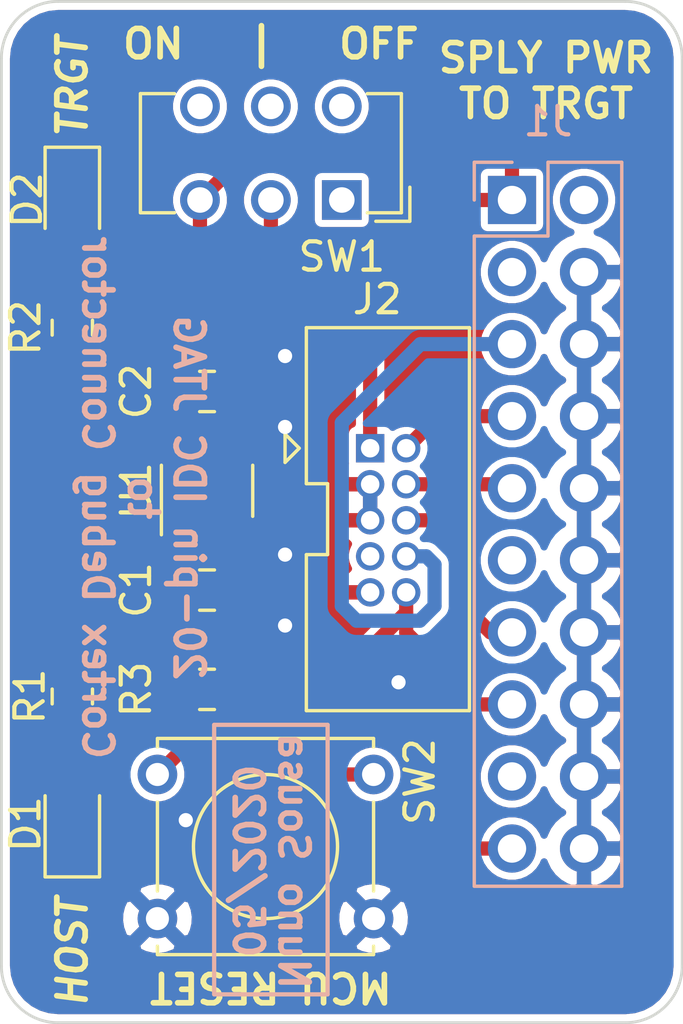
<source format=kicad_pcb>
(kicad_pcb (version 20171130) (host pcbnew "(5.1.5)-3")

  (general
    (thickness 1.6)
    (drawings 19)
    (tracks 72)
    (zones 0)
    (modules 12)
    (nets 20)
  )

  (page A3)
  (layers
    (0 F.Cu signal)
    (31 B.Cu signal)
    (32 B.Adhes user)
    (33 F.Adhes user)
    (34 B.Paste user)
    (35 F.Paste user)
    (36 B.SilkS user)
    (37 F.SilkS user)
    (38 B.Mask user)
    (39 F.Mask user)
    (40 Dwgs.User user)
    (41 Cmts.User user)
    (42 Eco1.User user)
    (43 Eco2.User user)
    (44 Edge.Cuts user)
    (45 Margin user)
    (46 B.CrtYd user)
    (47 F.CrtYd user)
  )

  (setup
    (last_trace_width 0.5)
    (user_trace_width 0.35)
    (trace_clearance 0.25)
    (zone_clearance 0.25)
    (zone_45_only no)
    (trace_min 0.1524)
    (via_size 1)
    (via_drill 0.5)
    (via_min_size 0.508)
    (via_min_drill 0.33)
    (user_via 0.508 0.33)
    (uvia_size 0.508)
    (uvia_drill 0.127)
    (uvias_allowed no)
    (uvia_min_size 0.508)
    (uvia_min_drill 0.127)
    (edge_width 0.1)
    (segment_width 0.2)
    (pcb_text_width 0.3)
    (pcb_text_size 1.5 1.5)
    (mod_edge_width 0.15)
    (mod_text_size 1 1)
    (mod_text_width 0.15)
    (pad_size 0.75 1)
    (pad_drill 0)
    (pad_to_mask_clearance 0)
    (aux_axis_origin 0 0)
    (visible_elements 7FFFF73F)
    (pcbplotparams
      (layerselection 0x010f0_ffffffff)
      (usegerberextensions true)
      (usegerberattributes false)
      (usegerberadvancedattributes false)
      (creategerberjobfile false)
      (excludeedgelayer true)
      (linewidth 0.150000)
      (plotframeref false)
      (viasonmask false)
      (mode 1)
      (useauxorigin false)
      (hpglpennumber 1)
      (hpglpenspeed 20)
      (hpglpendiameter 15.000000)
      (psnegative false)
      (psa4output false)
      (plotreference true)
      (plotvalue true)
      (plotinvisibletext false)
      (padsonsilk false)
      (subtractmaskfromsilk false)
      (outputformat 1)
      (mirror false)
      (drillshape 0)
      (scaleselection 1)
      (outputdirectory "Gerbers/"))
  )

  (net 0 "")
  (net 1 /5V)
  (net 2 /TDI)
  (net 3 /VCC)
  (net 4 "Net-(C2-Pad1)")
  (net 5 "Net-(D1-Pad2)")
  (net 6 "Net-(D2-Pad2)")
  (net 7 "Net-(J1-Pad17)")
  (net 8 "Net-(U1-Pad4)")
  (net 9 /GND)
  (net 10 /~RESET)
  (net 11 /SWO)
  (net 12 "Net-(J1-Pad11)")
  (net 13 /SWCLK)
  (net 14 /SWDIO)
  (net 15 "Net-(J1-Pad3)")
  (net 16 "Net-(J1-Pad2)")
  (net 17 "Net-(J2-Pad7)")
  (net 18 "Net-(R3-Pad2)")
  (net 19 "Net-(SW1-Pad1)")

  (net_class Default "This is the default net class."
    (clearance 0.25)
    (trace_width 0.5)
    (via_dia 1)
    (via_drill 0.5)
    (uvia_dia 0.508)
    (uvia_drill 0.127)
    (add_net /SWCLK)
    (add_net /SWDIO)
    (add_net /SWO)
    (add_net /TDI)
    (add_net /~RESET)
    (add_net "Net-(J1-Pad11)")
    (add_net "Net-(J1-Pad17)")
    (add_net "Net-(J1-Pad2)")
    (add_net "Net-(J1-Pad3)")
    (add_net "Net-(J2-Pad7)")
    (add_net "Net-(R3-Pad2)")
    (add_net "Net-(U1-Pad4)")
  )

  (net_class Power ""
    (clearance 0.25)
    (trace_width 0.5)
    (via_dia 1)
    (via_drill 0.5)
    (uvia_dia 0.508)
    (uvia_drill 0.127)
    (add_net /5V)
    (add_net /GND)
    (add_net /VCC)
    (add_net "Net-(C2-Pad1)")
    (add_net "Net-(D1-Pad2)")
    (add_net "Net-(D2-Pad2)")
    (add_net "Net-(SW1-Pad1)")
  )

  (module Package_TO_SOT_SMD:SOT-23-5 (layer F.Cu) (tedit 5A02FF57) (tstamp 5EB31F39)
    (at 124.25 139.25 90)
    (descr "5-pin SOT23 package")
    (tags SOT-23-5)
    (path /5EB107F5)
    (attr smd)
    (fp_text reference U1 (at 0 -2.5 90) (layer F.SilkS)
      (effects (font (size 1 1) (thickness 0.15)))
    )
    (fp_text value TLV70033_SOT23-5 (at 0 2.9 90) (layer F.Fab)
      (effects (font (size 1 1) (thickness 0.15)))
    )
    (fp_line (start 0.9 -1.55) (end 0.9 1.55) (layer F.Fab) (width 0.1))
    (fp_line (start 0.9 1.55) (end -0.9 1.55) (layer F.Fab) (width 0.1))
    (fp_line (start -0.9 -0.9) (end -0.9 1.55) (layer F.Fab) (width 0.1))
    (fp_line (start 0.9 -1.55) (end -0.25 -1.55) (layer F.Fab) (width 0.1))
    (fp_line (start -0.9 -0.9) (end -0.25 -1.55) (layer F.Fab) (width 0.1))
    (fp_line (start -1.9 1.8) (end -1.9 -1.8) (layer F.CrtYd) (width 0.05))
    (fp_line (start 1.9 1.8) (end -1.9 1.8) (layer F.CrtYd) (width 0.05))
    (fp_line (start 1.9 -1.8) (end 1.9 1.8) (layer F.CrtYd) (width 0.05))
    (fp_line (start -1.9 -1.8) (end 1.9 -1.8) (layer F.CrtYd) (width 0.05))
    (fp_line (start 0.9 -1.61) (end -1.55 -1.61) (layer F.SilkS) (width 0.12))
    (fp_line (start -0.9 1.61) (end 0.9 1.61) (layer F.SilkS) (width 0.12))
    (fp_text user %R (at 0 0) (layer F.Fab)
      (effects (font (size 0.5 0.5) (thickness 0.075)))
    )
    (pad 5 smd rect (at 1.1 -0.95 90) (size 1.06 0.65) (layers F.Cu F.Paste F.Mask)
      (net 4 "Net-(C2-Pad1)"))
    (pad 4 smd rect (at 1.1 0.95 90) (size 1.06 0.65) (layers F.Cu F.Paste F.Mask)
      (net 8 "Net-(U1-Pad4)"))
    (pad 3 smd rect (at -1.1 0.95 90) (size 1.06 0.65) (layers F.Cu F.Paste F.Mask)
      (net 1 /5V))
    (pad 2 smd rect (at -1.1 0 90) (size 1.06 0.65) (layers F.Cu F.Paste F.Mask)
      (net 9 /GND))
    (pad 1 smd rect (at -1.1 -0.95 90) (size 1.06 0.65) (layers F.Cu F.Paste F.Mask)
      (net 1 /5V))
    (model ${KISYS3DMOD}/Package_TO_SOT_SMD.3dshapes/SOT-23-5.wrl
      (at (xyz 0 0 0))
      (scale (xyz 1 1 1))
      (rotate (xyz 0 0 0))
    )
  )

  (module Button_Switch_THT:SW_CuK_JS202011AQN_DPDT_Angled (layer F.Cu) (tedit 5A02FE31) (tstamp 5EB31EF2)
    (at 129 129 180)
    (descr "CuK sub miniature slide switch, JS series, DPDT, right angle, http://www.ckswitches.com/media/1422/js.pdf")
    (tags "switch DPDT")
    (path /5EB13B74)
    (fp_text reference SW1 (at 0 -2) (layer F.SilkS)
      (effects (font (size 1 1) (thickness 0.15)))
    )
    (fp_text value SW_SPDT (at 2.25 6.75) (layer F.Fab)
      (effects (font (size 1 1) (thickness 0.15)))
    )
    (fp_line (start 0.5 4.25) (end 0.5 6) (layer F.CrtYd) (width 0.05))
    (fp_line (start -1 -0.35) (end 7 -0.35) (layer F.Fab) (width 0.1))
    (fp_line (start 7 -0.35) (end 7 3.65) (layer F.Fab) (width 0.1))
    (fp_line (start 7 3.65) (end -2 3.65) (layer F.Fab) (width 0.1))
    (fp_line (start -2 3.65) (end -2 0.65) (layer F.Fab) (width 0.1))
    (fp_text user %R (at 2.5 1.75) (layer F.Fab)
      (effects (font (size 1 1) (thickness 0.15)))
    )
    (fp_line (start -0.9 -0.45) (end -2.1 -0.45) (layer F.SilkS) (width 0.12))
    (fp_line (start -2.1 -0.45) (end -2.1 3.75) (layer F.SilkS) (width 0.12))
    (fp_line (start -2.1 3.75) (end -0.9 3.75) (layer F.SilkS) (width 0.12))
    (fp_line (start 5.9 -0.45) (end 7.1 -0.45) (layer F.SilkS) (width 0.12))
    (fp_line (start 7.1 -0.45) (end 7.1 3.75) (layer F.SilkS) (width 0.12))
    (fp_line (start 7.1 3.75) (end 5.9 3.75) (layer F.SilkS) (width 0.12))
    (fp_line (start -1.2 -0.75) (end -2.4 -0.75) (layer F.SilkS) (width 0.12))
    (fp_line (start -2.4 -0.75) (end -2.4 0.45) (layer F.SilkS) (width 0.12))
    (fp_line (start 0.75 3.65) (end 0.75 5.65) (layer F.Fab) (width 0.1))
    (fp_line (start 0.75 5.65) (end 2.25 5.65) (layer F.Fab) (width 0.1))
    (fp_line (start 2.25 5.65) (end 2.25 3.65) (layer F.Fab) (width 0.1))
    (fp_line (start 4.5 6) (end 4.5 4.25) (layer F.CrtYd) (width 0.05))
    (fp_line (start 4.5 6) (end 0.5 6) (layer F.CrtYd) (width 0.05))
    (fp_line (start 0.5 4.25) (end -2.25 4.25) (layer F.CrtYd) (width 0.05))
    (fp_line (start -2.25 4.25) (end -2.25 -0.95) (layer F.CrtYd) (width 0.05))
    (fp_line (start -2.25 -0.95) (end 7.25 -0.95) (layer F.CrtYd) (width 0.05))
    (fp_line (start 7.25 -0.95) (end 7.25 4.25) (layer F.CrtYd) (width 0.05))
    (fp_line (start 7.25 4.25) (end 4.5 4.25) (layer F.CrtYd) (width 0.05))
    (fp_line (start -1 -0.35) (end -2 0.65) (layer F.Fab) (width 0.1))
    (pad 6 thru_hole circle (at 5 3.3 180) (size 1.4 1.4) (drill 0.9) (layers *.Cu *.Mask))
    (pad 5 thru_hole circle (at 2.5 3.3 180) (size 1.4 1.4) (drill 0.9) (layers *.Cu *.Mask))
    (pad 4 thru_hole circle (at 0 3.3 180) (size 1.4 1.4) (drill 0.9) (layers *.Cu *.Mask))
    (pad 3 thru_hole circle (at 5 0 180) (size 1.4 1.4) (drill 0.9) (layers *.Cu *.Mask)
      (net 3 /VCC))
    (pad 2 thru_hole circle (at 2.5 0 180) (size 1.4 1.4) (drill 0.9) (layers *.Cu *.Mask)
      (net 4 "Net-(C2-Pad1)"))
    (pad 1 thru_hole rect (at 0 0 180) (size 1.4 1.4) (drill 0.9) (layers *.Cu *.Mask)
      (net 19 "Net-(SW1-Pad1)"))
    (model ${KISYS3DMOD}/Button_Switch_THT.3dshapes/SW_CuK_JS202011AQN_DPDT_Angled.wrl
      (at (xyz 0 0 0))
      (scale (xyz 1 1 1))
      (rotate (xyz 0 0 0))
    )
  )

  (module Resistor_SMD:R_0805_2012Metric_Pad1.15x1.40mm_HandSolder (layer F.Cu) (tedit 5B36C52B) (tstamp 5EB31ECF)
    (at 124.25 146.25 180)
    (descr "Resistor SMD 0805 (2012 Metric), square (rectangular) end terminal, IPC_7351 nominal with elongated pad for handsoldering. (Body size source: https://docs.google.com/spreadsheets/d/1BsfQQcO9C6DZCsRaXUlFlo91Tg2WpOkGARC1WS5S8t0/edit?usp=sharing), generated with kicad-footprint-generator")
    (tags "resistor handsolder")
    (path /5EB295DD)
    (attr smd)
    (fp_text reference R3 (at 2.5 0 90) (layer F.SilkS)
      (effects (font (size 1 1) (thickness 0.15)))
    )
    (fp_text value 330R (at 0 1.65) (layer F.Fab)
      (effects (font (size 1 1) (thickness 0.15)))
    )
    (fp_text user %R (at 0 0) (layer F.Fab)
      (effects (font (size 0.5 0.5) (thickness 0.08)))
    )
    (fp_line (start 1.85 0.95) (end -1.85 0.95) (layer F.CrtYd) (width 0.05))
    (fp_line (start 1.85 -0.95) (end 1.85 0.95) (layer F.CrtYd) (width 0.05))
    (fp_line (start -1.85 -0.95) (end 1.85 -0.95) (layer F.CrtYd) (width 0.05))
    (fp_line (start -1.85 0.95) (end -1.85 -0.95) (layer F.CrtYd) (width 0.05))
    (fp_line (start -0.261252 0.71) (end 0.261252 0.71) (layer F.SilkS) (width 0.12))
    (fp_line (start -0.261252 -0.71) (end 0.261252 -0.71) (layer F.SilkS) (width 0.12))
    (fp_line (start 1 0.6) (end -1 0.6) (layer F.Fab) (width 0.1))
    (fp_line (start 1 -0.6) (end 1 0.6) (layer F.Fab) (width 0.1))
    (fp_line (start -1 -0.6) (end 1 -0.6) (layer F.Fab) (width 0.1))
    (fp_line (start -1 0.6) (end -1 -0.6) (layer F.Fab) (width 0.1))
    (pad 2 smd roundrect (at 1.025 0 180) (size 1.15 1.4) (layers F.Cu F.Paste F.Mask) (roundrect_rratio 0.217391)
      (net 18 "Net-(R3-Pad2)"))
    (pad 1 smd roundrect (at -1.025 0 180) (size 1.15 1.4) (layers F.Cu F.Paste F.Mask) (roundrect_rratio 0.217391)
      (net 10 /~RESET))
    (model ${KISYS3DMOD}/Resistor_SMD.3dshapes/R_0805_2012Metric.wrl
      (at (xyz 0 0 0))
      (scale (xyz 1 1 1))
      (rotate (xyz 0 0 0))
    )
  )

  (module Resistor_SMD:R_0805_2012Metric_Pad1.15x1.40mm_HandSolder (layer F.Cu) (tedit 5B36C52B) (tstamp 5EB31EBE)
    (at 119.5 133.5 90)
    (descr "Resistor SMD 0805 (2012 Metric), square (rectangular) end terminal, IPC_7351 nominal with elongated pad for handsoldering. (Body size source: https://docs.google.com/spreadsheets/d/1BsfQQcO9C6DZCsRaXUlFlo91Tg2WpOkGARC1WS5S8t0/edit?usp=sharing), generated with kicad-footprint-generator")
    (tags "resistor handsolder")
    (path /5EB14F78)
    (attr smd)
    (fp_text reference R2 (at 0 -1.65 90) (layer F.SilkS)
      (effects (font (size 1 1) (thickness 0.15)))
    )
    (fp_text value R (at 0 1.65 90) (layer F.Fab)
      (effects (font (size 1 1) (thickness 0.15)))
    )
    (fp_text user %R (at 0 0 90) (layer F.Fab)
      (effects (font (size 0.5 0.5) (thickness 0.08)))
    )
    (fp_line (start 1.85 0.95) (end -1.85 0.95) (layer F.CrtYd) (width 0.05))
    (fp_line (start 1.85 -0.95) (end 1.85 0.95) (layer F.CrtYd) (width 0.05))
    (fp_line (start -1.85 -0.95) (end 1.85 -0.95) (layer F.CrtYd) (width 0.05))
    (fp_line (start -1.85 0.95) (end -1.85 -0.95) (layer F.CrtYd) (width 0.05))
    (fp_line (start -0.261252 0.71) (end 0.261252 0.71) (layer F.SilkS) (width 0.12))
    (fp_line (start -0.261252 -0.71) (end 0.261252 -0.71) (layer F.SilkS) (width 0.12))
    (fp_line (start 1 0.6) (end -1 0.6) (layer F.Fab) (width 0.1))
    (fp_line (start 1 -0.6) (end 1 0.6) (layer F.Fab) (width 0.1))
    (fp_line (start -1 -0.6) (end 1 -0.6) (layer F.Fab) (width 0.1))
    (fp_line (start -1 0.6) (end -1 -0.6) (layer F.Fab) (width 0.1))
    (pad 2 smd roundrect (at 1.025 0 90) (size 1.15 1.4) (layers F.Cu F.Paste F.Mask) (roundrect_rratio 0.217391)
      (net 6 "Net-(D2-Pad2)"))
    (pad 1 smd roundrect (at -1.025 0 90) (size 1.15 1.4) (layers F.Cu F.Paste F.Mask) (roundrect_rratio 0.217391)
      (net 3 /VCC))
    (model ${KISYS3DMOD}/Resistor_SMD.3dshapes/R_0805_2012Metric.wrl
      (at (xyz 0 0 0))
      (scale (xyz 1 1 1))
      (rotate (xyz 0 0 0))
    )
  )

  (module Resistor_SMD:R_0805_2012Metric_Pad1.15x1.40mm_HandSolder (layer F.Cu) (tedit 5B36C52B) (tstamp 5EB31EAD)
    (at 119.5 146.5 270)
    (descr "Resistor SMD 0805 (2012 Metric), square (rectangular) end terminal, IPC_7351 nominal with elongated pad for handsoldering. (Body size source: https://docs.google.com/spreadsheets/d/1BsfQQcO9C6DZCsRaXUlFlo91Tg2WpOkGARC1WS5S8t0/edit?usp=sharing), generated with kicad-footprint-generator")
    (tags "resistor handsolder")
    (path /5EB14C03)
    (attr smd)
    (fp_text reference R1 (at 0 1.5 90) (layer F.SilkS)
      (effects (font (size 1 1) (thickness 0.15)))
    )
    (fp_text value R (at 0 1.65 90) (layer F.Fab)
      (effects (font (size 1 1) (thickness 0.15)))
    )
    (fp_text user %R (at 0 0 90) (layer F.Fab)
      (effects (font (size 0.5 0.5) (thickness 0.08)))
    )
    (fp_line (start 1.85 0.95) (end -1.85 0.95) (layer F.CrtYd) (width 0.05))
    (fp_line (start 1.85 -0.95) (end 1.85 0.95) (layer F.CrtYd) (width 0.05))
    (fp_line (start -1.85 -0.95) (end 1.85 -0.95) (layer F.CrtYd) (width 0.05))
    (fp_line (start -1.85 0.95) (end -1.85 -0.95) (layer F.CrtYd) (width 0.05))
    (fp_line (start -0.261252 0.71) (end 0.261252 0.71) (layer F.SilkS) (width 0.12))
    (fp_line (start -0.261252 -0.71) (end 0.261252 -0.71) (layer F.SilkS) (width 0.12))
    (fp_line (start 1 0.6) (end -1 0.6) (layer F.Fab) (width 0.1))
    (fp_line (start 1 -0.6) (end 1 0.6) (layer F.Fab) (width 0.1))
    (fp_line (start -1 -0.6) (end 1 -0.6) (layer F.Fab) (width 0.1))
    (fp_line (start -1 0.6) (end -1 -0.6) (layer F.Fab) (width 0.1))
    (pad 2 smd roundrect (at 1.025 0 270) (size 1.15 1.4) (layers F.Cu F.Paste F.Mask) (roundrect_rratio 0.217391)
      (net 5 "Net-(D1-Pad2)"))
    (pad 1 smd roundrect (at -1.025 0 270) (size 1.15 1.4) (layers F.Cu F.Paste F.Mask) (roundrect_rratio 0.217391)
      (net 1 /5V))
    (model ${KISYS3DMOD}/Resistor_SMD.3dshapes/R_0805_2012Metric.wrl
      (at (xyz 0 0 0))
      (scale (xyz 1 1 1))
      (rotate (xyz 0 0 0))
    )
  )

  (module Connector_IDC_Custom:PinHeader_2x05_P1.27mm_Vertical (layer F.Cu) (tedit 5EB065CB) (tstamp 5EB31E9C)
    (at 130 137.75)
    (descr "Through hole straight pin header, 2x05, 1.27mm pitch, double rows")
    (tags "Through hole pin header THT 2x05 1.27mm double row")
    (path /5EB0E7AE)
    (fp_text reference J2 (at 0.25 -5.25) (layer F.SilkS)
      (effects (font (size 1 1) (thickness 0.15)))
    )
    (fp_text value Conn_ARM_JTAG_SWD_10 (at 0.25 10.75) (layer F.Fab)
      (effects (font (size 1 1) (thickness 0.15)))
    )
    (fp_line (start -2.25 -4.25) (end -2.25 1.25) (layer F.SilkS) (width 0.12))
    (fp_line (start -1.5 3.75) (end -2.25 3.75) (layer F.SilkS) (width 0.12))
    (fp_line (start -1.5 1.25) (end -1.5 3.75) (layer F.SilkS) (width 0.12))
    (fp_line (start -2.25 1.25) (end -1.5 1.25) (layer F.SilkS) (width 0.12))
    (fp_line (start -3 0.5) (end -2.5 0) (layer F.SilkS) (width 0.12))
    (fp_line (start -3 -0.5) (end -3 0.5) (layer F.SilkS) (width 0.12))
    (fp_line (start -2.5 0) (end -3 -0.5) (layer F.SilkS) (width 0.12))
    (fp_line (start -2.25 3.75) (end -2.25 9.25) (layer F.SilkS) (width 0.12))
    (fp_line (start 3.5 -4.25) (end -2.25 -4.25) (layer F.SilkS) (width 0.12))
    (fp_line (start 3.5 9.25) (end 3.5 -4.25) (layer F.SilkS) (width 0.12))
    (fp_line (start -2.25 9.25) (end 3.5 9.25) (layer F.SilkS) (width 0.12))
    (fp_line (start -2 -4) (end -2 9) (layer F.CrtYd) (width 0.12))
    (fp_line (start 3.25 -4) (end -2 -4) (layer F.CrtYd) (width 0.12))
    (fp_line (start 3.25 9) (end 3.25 -4) (layer F.CrtYd) (width 0.12))
    (fp_line (start -2 9) (end 3.25 9) (layer F.CrtYd) (width 0.12))
    (fp_line (start -1.865 8.89) (end -1.865 -3.81) (layer Dwgs.User) (width 0.12))
    (fp_line (start 3.135 8.89) (end -1.865 8.89) (layer Dwgs.User) (width 0.12))
    (fp_line (start 3.135 -3.81) (end 3.135 8.89) (layer Dwgs.User) (width 0.12))
    (fp_line (start -1.865 -3.81) (end 3.135 -3.81) (layer Dwgs.User) (width 0.12))
    (fp_text user %R (at 0.75 2.25 90) (layer F.Fab)
      (effects (font (size 1 1) (thickness 0.15)))
    )
    (pad 10 thru_hole oval (at 1.27 5.08) (size 1 1) (drill 0.65) (layers *.Cu *.Mask)
      (net 10 /~RESET))
    (pad 9 thru_hole oval (at 0 5.08) (size 1 1) (drill 0.65) (layers *.Cu *.Mask)
      (net 9 /GND))
    (pad 8 thru_hole oval (at 1.27 3.81) (size 1 1) (drill 0.65) (layers *.Cu *.Mask)
      (net 2 /TDI))
    (pad 7 thru_hole oval (at 0 3.81) (size 1 1) (drill 0.65) (layers *.Cu *.Mask)
      (net 17 "Net-(J2-Pad7)"))
    (pad 6 thru_hole oval (at 1.27 2.54) (size 1 1) (drill 0.65) (layers *.Cu *.Mask)
      (net 11 /SWO))
    (pad 5 thru_hole oval (at 0 2.54) (size 1 1) (drill 0.65) (layers *.Cu *.Mask)
      (net 9 /GND))
    (pad 4 thru_hole oval (at 1.27 1.27) (size 1 1) (drill 0.65) (layers *.Cu *.Mask)
      (net 13 /SWCLK))
    (pad 3 thru_hole oval (at 0 1.27) (size 1 1) (drill 0.65) (layers *.Cu *.Mask)
      (net 9 /GND))
    (pad 2 thru_hole oval (at 1.27 0) (size 1 1) (drill 0.65) (layers *.Cu *.Mask)
      (net 14 /SWDIO))
    (pad 1 thru_hole rect (at 0 0) (size 1 1) (drill 0.65) (layers *.Cu *.Mask)
      (net 3 /VCC))
    (model ${KIPRJMOD}/Connector_IDC_Custom.pretty/3220-10-0100-00.wrl
      (offset (xyz 0.635 -2.49 2.45))
      (scale (xyz 0.3937 0.3937 0.3937))
      (rotate (xyz 0 -180 180))
    )
  )

  (module LED_SMD:LED_0805_2012Metric_Pad1.15x1.40mm_HandSolder (layer F.Cu) (tedit 5B4B45C9) (tstamp 5EB31E28)
    (at 119.5 129 270)
    (descr "LED SMD 0805 (2012 Metric), square (rectangular) end terminal, IPC_7351 nominal, (Body size source: https://docs.google.com/spreadsheets/d/1BsfQQcO9C6DZCsRaXUlFlo91Tg2WpOkGARC1WS5S8t0/edit?usp=sharing), generated with kicad-footprint-generator")
    (tags "LED handsolder")
    (path /5EB2EE05)
    (attr smd)
    (fp_text reference D2 (at 0 1.6 90) (layer F.SilkS)
      (effects (font (size 1 1) (thickness 0.15)))
    )
    (fp_text value LED (at 0 1.65 90) (layer F.Fab)
      (effects (font (size 1 1) (thickness 0.15)))
    )
    (fp_text user %R (at 0 0 90) (layer F.Fab)
      (effects (font (size 0.5 0.5) (thickness 0.08)))
    )
    (fp_line (start 1.85 0.95) (end -1.85 0.95) (layer F.CrtYd) (width 0.05))
    (fp_line (start 1.85 -0.95) (end 1.85 0.95) (layer F.CrtYd) (width 0.05))
    (fp_line (start -1.85 -0.95) (end 1.85 -0.95) (layer F.CrtYd) (width 0.05))
    (fp_line (start -1.85 0.95) (end -1.85 -0.95) (layer F.CrtYd) (width 0.05))
    (fp_line (start -1.86 0.96) (end 1 0.96) (layer F.SilkS) (width 0.12))
    (fp_line (start -1.86 -0.96) (end -1.86 0.96) (layer F.SilkS) (width 0.12))
    (fp_line (start 1 -0.96) (end -1.86 -0.96) (layer F.SilkS) (width 0.12))
    (fp_line (start 1 0.6) (end 1 -0.6) (layer F.Fab) (width 0.1))
    (fp_line (start -1 0.6) (end 1 0.6) (layer F.Fab) (width 0.1))
    (fp_line (start -1 -0.3) (end -1 0.6) (layer F.Fab) (width 0.1))
    (fp_line (start -0.7 -0.6) (end -1 -0.3) (layer F.Fab) (width 0.1))
    (fp_line (start 1 -0.6) (end -0.7 -0.6) (layer F.Fab) (width 0.1))
    (pad 2 smd roundrect (at 1.025 0 270) (size 1.15 1.4) (layers F.Cu F.Paste F.Mask) (roundrect_rratio 0.217391)
      (net 6 "Net-(D2-Pad2)"))
    (pad 1 smd roundrect (at -1.025 0 270) (size 1.15 1.4) (layers F.Cu F.Paste F.Mask) (roundrect_rratio 0.217391)
      (net 9 /GND))
    (model ${KISYS3DMOD}/LED_SMD.3dshapes/LED_0805_2012Metric.wrl
      (at (xyz 0 0 0))
      (scale (xyz 1 1 1))
      (rotate (xyz 0 0 0))
    )
  )

  (module LED_SMD:LED_0805_2012Metric_Pad1.15x1.40mm_HandSolder (layer F.Cu) (tedit 5B4B45C9) (tstamp 5EB31E15)
    (at 119.5 151 90)
    (descr "LED SMD 0805 (2012 Metric), square (rectangular) end terminal, IPC_7351 nominal, (Body size source: https://docs.google.com/spreadsheets/d/1BsfQQcO9C6DZCsRaXUlFlo91Tg2WpOkGARC1WS5S8t0/edit?usp=sharing), generated with kicad-footprint-generator")
    (tags "LED handsolder")
    (path /5EB152C0)
    (attr smd)
    (fp_text reference D1 (at 0 -1.65 90) (layer F.SilkS)
      (effects (font (size 1 1) (thickness 0.15)))
    )
    (fp_text value LED (at 0 1.65 90) (layer F.Fab)
      (effects (font (size 1 1) (thickness 0.15)))
    )
    (fp_text user %R (at 0 0 90) (layer F.Fab)
      (effects (font (size 0.5 0.5) (thickness 0.08)))
    )
    (fp_line (start 1.85 0.95) (end -1.85 0.95) (layer F.CrtYd) (width 0.05))
    (fp_line (start 1.85 -0.95) (end 1.85 0.95) (layer F.CrtYd) (width 0.05))
    (fp_line (start -1.85 -0.95) (end 1.85 -0.95) (layer F.CrtYd) (width 0.05))
    (fp_line (start -1.85 0.95) (end -1.85 -0.95) (layer F.CrtYd) (width 0.05))
    (fp_line (start -1.86 0.96) (end 1 0.96) (layer F.SilkS) (width 0.12))
    (fp_line (start -1.86 -0.96) (end -1.86 0.96) (layer F.SilkS) (width 0.12))
    (fp_line (start 1 -0.96) (end -1.86 -0.96) (layer F.SilkS) (width 0.12))
    (fp_line (start 1 0.6) (end 1 -0.6) (layer F.Fab) (width 0.1))
    (fp_line (start -1 0.6) (end 1 0.6) (layer F.Fab) (width 0.1))
    (fp_line (start -1 -0.3) (end -1 0.6) (layer F.Fab) (width 0.1))
    (fp_line (start -0.7 -0.6) (end -1 -0.3) (layer F.Fab) (width 0.1))
    (fp_line (start 1 -0.6) (end -0.7 -0.6) (layer F.Fab) (width 0.1))
    (pad 2 smd roundrect (at 1.025 0 90) (size 1.15 1.4) (layers F.Cu F.Paste F.Mask) (roundrect_rratio 0.217391)
      (net 5 "Net-(D1-Pad2)"))
    (pad 1 smd roundrect (at -1.025 0 90) (size 1.15 1.4) (layers F.Cu F.Paste F.Mask) (roundrect_rratio 0.217391)
      (net 9 /GND))
    (model ${KISYS3DMOD}/LED_SMD.3dshapes/LED_0805_2012Metric.wrl
      (at (xyz 0 0 0))
      (scale (xyz 1 1 1))
      (rotate (xyz 0 0 0))
    )
  )

  (module Capacitor_SMD:C_0805_2012Metric_Pad1.15x1.40mm_HandSolder (layer F.Cu) (tedit 5B36C52B) (tstamp 5EB31E02)
    (at 124.25 135.75)
    (descr "Capacitor SMD 0805 (2012 Metric), square (rectangular) end terminal, IPC_7351 nominal with elongated pad for handsoldering. (Body size source: https://docs.google.com/spreadsheets/d/1BsfQQcO9C6DZCsRaXUlFlo91Tg2WpOkGARC1WS5S8t0/edit?usp=sharing), generated with kicad-footprint-generator")
    (tags "capacitor handsolder")
    (path /5EB13411)
    (attr smd)
    (fp_text reference C2 (at -2.5 0 90) (layer F.SilkS)
      (effects (font (size 1 1) (thickness 0.15)))
    )
    (fp_text value 1uC (at 0 1.65) (layer F.Fab)
      (effects (font (size 1 1) (thickness 0.15)))
    )
    (fp_text user %R (at 0 0) (layer F.Fab)
      (effects (font (size 0.5 0.5) (thickness 0.08)))
    )
    (fp_line (start 1.85 0.95) (end -1.85 0.95) (layer F.CrtYd) (width 0.05))
    (fp_line (start 1.85 -0.95) (end 1.85 0.95) (layer F.CrtYd) (width 0.05))
    (fp_line (start -1.85 -0.95) (end 1.85 -0.95) (layer F.CrtYd) (width 0.05))
    (fp_line (start -1.85 0.95) (end -1.85 -0.95) (layer F.CrtYd) (width 0.05))
    (fp_line (start -0.261252 0.71) (end 0.261252 0.71) (layer F.SilkS) (width 0.12))
    (fp_line (start -0.261252 -0.71) (end 0.261252 -0.71) (layer F.SilkS) (width 0.12))
    (fp_line (start 1 0.6) (end -1 0.6) (layer F.Fab) (width 0.1))
    (fp_line (start 1 -0.6) (end 1 0.6) (layer F.Fab) (width 0.1))
    (fp_line (start -1 -0.6) (end 1 -0.6) (layer F.Fab) (width 0.1))
    (fp_line (start -1 0.6) (end -1 -0.6) (layer F.Fab) (width 0.1))
    (pad 2 smd roundrect (at 1.025 0) (size 1.15 1.4) (layers F.Cu F.Paste F.Mask) (roundrect_rratio 0.217391)
      (net 9 /GND))
    (pad 1 smd roundrect (at -1.025 0) (size 1.15 1.4) (layers F.Cu F.Paste F.Mask) (roundrect_rratio 0.217391)
      (net 4 "Net-(C2-Pad1)"))
    (model ${KISYS3DMOD}/Capacitor_SMD.3dshapes/C_0805_2012Metric.wrl
      (at (xyz 0 0 0))
      (scale (xyz 1 1 1))
      (rotate (xyz 0 0 0))
    )
  )

  (module Capacitor_SMD:C_0805_2012Metric_Pad1.15x1.40mm_HandSolder (layer F.Cu) (tedit 5B36C52B) (tstamp 5EB31DF1)
    (at 124.25 142.75 180)
    (descr "Capacitor SMD 0805 (2012 Metric), square (rectangular) end terminal, IPC_7351 nominal with elongated pad for handsoldering. (Body size source: https://docs.google.com/spreadsheets/d/1BsfQQcO9C6DZCsRaXUlFlo91Tg2WpOkGARC1WS5S8t0/edit?usp=sharing), generated with kicad-footprint-generator")
    (tags "capacitor handsolder")
    (path /5EB12DF0)
    (attr smd)
    (fp_text reference C1 (at 2.5 0 90) (layer F.SilkS)
      (effects (font (size 1 1) (thickness 0.15)))
    )
    (fp_text value 1uC (at 0 1.65) (layer F.Fab)
      (effects (font (size 1 1) (thickness 0.15)))
    )
    (fp_text user %R (at 0 0) (layer F.Fab)
      (effects (font (size 0.5 0.5) (thickness 0.08)))
    )
    (fp_line (start 1.85 0.95) (end -1.85 0.95) (layer F.CrtYd) (width 0.05))
    (fp_line (start 1.85 -0.95) (end 1.85 0.95) (layer F.CrtYd) (width 0.05))
    (fp_line (start -1.85 -0.95) (end 1.85 -0.95) (layer F.CrtYd) (width 0.05))
    (fp_line (start -1.85 0.95) (end -1.85 -0.95) (layer F.CrtYd) (width 0.05))
    (fp_line (start -0.261252 0.71) (end 0.261252 0.71) (layer F.SilkS) (width 0.12))
    (fp_line (start -0.261252 -0.71) (end 0.261252 -0.71) (layer F.SilkS) (width 0.12))
    (fp_line (start 1 0.6) (end -1 0.6) (layer F.Fab) (width 0.1))
    (fp_line (start 1 -0.6) (end 1 0.6) (layer F.Fab) (width 0.1))
    (fp_line (start -1 -0.6) (end 1 -0.6) (layer F.Fab) (width 0.1))
    (fp_line (start -1 0.6) (end -1 -0.6) (layer F.Fab) (width 0.1))
    (pad 2 smd roundrect (at 1.025 0 180) (size 1.15 1.4) (layers F.Cu F.Paste F.Mask) (roundrect_rratio 0.217391)
      (net 9 /GND))
    (pad 1 smd roundrect (at -1.025 0 180) (size 1.15 1.4) (layers F.Cu F.Paste F.Mask) (roundrect_rratio 0.217391)
      (net 1 /5V))
    (model ${KISYS3DMOD}/Capacitor_SMD.3dshapes/C_0805_2012Metric.wrl
      (at (xyz 0 0 0))
      (scale (xyz 1 1 1))
      (rotate (xyz 0 0 0))
    )
  )

  (module Connector_PinSocket_2.54mm:PinSocket_2x10_P2.54mm_Vertical (layer B.Cu) (tedit 5A19A427) (tstamp 5EB1C541)
    (at 135 129 180)
    (descr "Through hole straight socket strip, 2x10, 2.54mm pitch, double cols (from Kicad 4.0.7), script generated")
    (tags "Through hole socket strip THT 2x10 2.54mm double row")
    (path /5EB0F191)
    (fp_text reference J1 (at -1.27 2.77 180) (layer B.SilkS)
      (effects (font (size 1 1) (thickness 0.15)) (justify mirror))
    )
    (fp_text value Conn_ARM_JTAG_SWD_20 (at -1.27 -25.63 180) (layer B.Fab)
      (effects (font (size 1 1) (thickness 0.15)) (justify mirror))
    )
    (fp_text user %R (at -1.27 -11.43 90) (layer B.Fab)
      (effects (font (size 1 1) (thickness 0.15)) (justify mirror))
    )
    (fp_line (start -4.34 -24.6) (end -4.34 1.8) (layer B.CrtYd) (width 0.05))
    (fp_line (start 1.76 -24.6) (end -4.34 -24.6) (layer B.CrtYd) (width 0.05))
    (fp_line (start 1.76 1.8) (end 1.76 -24.6) (layer B.CrtYd) (width 0.05))
    (fp_line (start -4.34 1.8) (end 1.76 1.8) (layer B.CrtYd) (width 0.05))
    (fp_line (start 0 1.33) (end 1.33 1.33) (layer B.SilkS) (width 0.12))
    (fp_line (start 1.33 1.33) (end 1.33 0) (layer B.SilkS) (width 0.12))
    (fp_line (start -1.27 1.33) (end -1.27 -1.27) (layer B.SilkS) (width 0.12))
    (fp_line (start -1.27 -1.27) (end 1.33 -1.27) (layer B.SilkS) (width 0.12))
    (fp_line (start 1.33 -1.27) (end 1.33 -24.19) (layer B.SilkS) (width 0.12))
    (fp_line (start -3.87 -24.19) (end 1.33 -24.19) (layer B.SilkS) (width 0.12))
    (fp_line (start -3.87 1.33) (end -3.87 -24.19) (layer B.SilkS) (width 0.12))
    (fp_line (start -3.87 1.33) (end -1.27 1.33) (layer B.SilkS) (width 0.12))
    (fp_line (start -3.81 -24.13) (end -3.81 1.27) (layer B.Fab) (width 0.1))
    (fp_line (start 1.27 -24.13) (end -3.81 -24.13) (layer B.Fab) (width 0.1))
    (fp_line (start 1.27 0.27) (end 1.27 -24.13) (layer B.Fab) (width 0.1))
    (fp_line (start 0.27 1.27) (end 1.27 0.27) (layer B.Fab) (width 0.1))
    (fp_line (start -3.81 1.27) (end 0.27 1.27) (layer B.Fab) (width 0.1))
    (pad 20 thru_hole oval (at -2.54 -22.86 180) (size 1.7 1.7) (drill 1) (layers *.Cu *.Mask)
      (net 9 /GND))
    (pad 19 thru_hole oval (at 0 -22.86 180) (size 1.7 1.7) (drill 1) (layers *.Cu *.Mask)
      (net 1 /5V))
    (pad 18 thru_hole oval (at -2.54 -20.32 180) (size 1.7 1.7) (drill 1) (layers *.Cu *.Mask)
      (net 9 /GND))
    (pad 17 thru_hole oval (at 0 -20.32 180) (size 1.7 1.7) (drill 1) (layers *.Cu *.Mask)
      (net 7 "Net-(J1-Pad17)"))
    (pad 16 thru_hole oval (at -2.54 -17.78 180) (size 1.7 1.7) (drill 1) (layers *.Cu *.Mask)
      (net 9 /GND))
    (pad 15 thru_hole oval (at 0 -17.78 180) (size 1.7 1.7) (drill 1) (layers *.Cu *.Mask)
      (net 10 /~RESET))
    (pad 14 thru_hole oval (at -2.54 -15.24 180) (size 1.7 1.7) (drill 1) (layers *.Cu *.Mask)
      (net 9 /GND))
    (pad 13 thru_hole oval (at 0 -15.24 180) (size 1.7 1.7) (drill 1) (layers *.Cu *.Mask)
      (net 11 /SWO))
    (pad 12 thru_hole oval (at -2.54 -12.7 180) (size 1.7 1.7) (drill 1) (layers *.Cu *.Mask)
      (net 9 /GND))
    (pad 11 thru_hole oval (at 0 -12.7 180) (size 1.7 1.7) (drill 1) (layers *.Cu *.Mask)
      (net 12 "Net-(J1-Pad11)"))
    (pad 10 thru_hole oval (at -2.54 -10.16 180) (size 1.7 1.7) (drill 1) (layers *.Cu *.Mask)
      (net 9 /GND))
    (pad 9 thru_hole oval (at 0 -10.16 180) (size 1.7 1.7) (drill 1) (layers *.Cu *.Mask)
      (net 13 /SWCLK))
    (pad 8 thru_hole oval (at -2.54 -7.62 180) (size 1.7 1.7) (drill 1) (layers *.Cu *.Mask)
      (net 9 /GND))
    (pad 7 thru_hole oval (at 0 -7.62 180) (size 1.7 1.7) (drill 1) (layers *.Cu *.Mask)
      (net 14 /SWDIO))
    (pad 6 thru_hole oval (at -2.54 -5.08 180) (size 1.7 1.7) (drill 1) (layers *.Cu *.Mask)
      (net 9 /GND))
    (pad 5 thru_hole oval (at 0 -5.08 180) (size 1.7 1.7) (drill 1) (layers *.Cu *.Mask)
      (net 2 /TDI))
    (pad 4 thru_hole oval (at -2.54 -2.54 180) (size 1.7 1.7) (drill 1) (layers *.Cu *.Mask)
      (net 9 /GND))
    (pad 3 thru_hole oval (at 0 -2.54 180) (size 1.7 1.7) (drill 1) (layers *.Cu *.Mask)
      (net 15 "Net-(J1-Pad3)"))
    (pad 2 thru_hole oval (at -2.54 0 180) (size 1.7 1.7) (drill 1) (layers *.Cu *.Mask)
      (net 16 "Net-(J1-Pad2)"))
    (pad 1 thru_hole rect (at 0 0 180) (size 1.7 1.7) (drill 1) (layers *.Cu *.Mask)
      (net 3 /VCC))
    (model ${KISYS3DMOD}/Connector_PinSocket_2.54mm.3dshapes/PinSocket_2x10_P2.54mm_Vertical.wrl
      (at (xyz 0 0 0))
      (scale (xyz 1 1 1))
      (rotate (xyz 0 0 0))
    )
  )

  (module Button_Switch_THT:SW_Tactile_Straight_KSA0Axx1LFTR (layer F.Cu) (tedit 5A02FE31) (tstamp 5EB1AB0B)
    (at 122.5 149.25)
    (descr "SW PUSH SMALL http://www.ckswitches.com/media/1457/ksa_ksl.pdf")
    (tags "SW PUSH SMALL Tactile C&K")
    (path /5EB29A2E)
    (fp_text reference SW2 (at 9.25 0.25 90) (layer F.SilkS)
      (effects (font (size 1 1) (thickness 0.15)))
    )
    (fp_text value SW_SPST (at 3.81 7.28) (layer F.Fab)
      (effects (font (size 1 1) (thickness 0.15)))
    )
    (fp_circle (center 3.81 2.54) (end 3.81 0) (layer F.SilkS) (width 0.12))
    (fp_line (start 0 6.05) (end 0 6.35) (layer F.SilkS) (width 0.12))
    (fp_line (start 7.62 6.05) (end 7.62 6.35) (layer F.SilkS) (width 0.12))
    (fp_line (start 8.57 6.49) (end -0.95 6.49) (layer F.CrtYd) (width 0.05))
    (fp_line (start 8.57 6.49) (end 8.57 -1.41) (layer F.CrtYd) (width 0.05))
    (fp_line (start -0.95 -1.41) (end -0.95 6.49) (layer F.CrtYd) (width 0.05))
    (fp_line (start -0.95 -1.41) (end 8.57 -1.41) (layer F.CrtYd) (width 0.05))
    (fp_line (start 0 0.97) (end 0 4.11) (layer F.SilkS) (width 0.12))
    (fp_line (start 7.62 0.97) (end 7.62 4.11) (layer F.SilkS) (width 0.12))
    (fp_line (start 0 -1.27) (end 0 -0.97) (layer F.SilkS) (width 0.12))
    (fp_line (start 7.62 6.35) (end 0 6.35) (layer F.SilkS) (width 0.12))
    (fp_line (start 7.62 -1.27) (end 7.62 -0.97) (layer F.SilkS) (width 0.12))
    (fp_line (start 0 -1.27) (end 7.62 -1.27) (layer F.SilkS) (width 0.12))
    (fp_text user %R (at 3.81 2.54) (layer F.Fab)
      (effects (font (size 1 1) (thickness 0.15)))
    )
    (fp_line (start 0.11 6.24) (end 0.11 -1.16) (layer F.Fab) (width 0.1))
    (fp_line (start 0.11 -1.16) (end 7.51 -1.16) (layer F.Fab) (width 0.1))
    (fp_line (start 7.51 -1.16) (end 7.51 6.24) (layer F.Fab) (width 0.1))
    (fp_line (start 7.51 6.24) (end 0.11 6.24) (layer F.Fab) (width 0.1))
    (pad 2 thru_hole circle (at 0 5.08) (size 1.397 1.397) (drill 0.8128) (layers *.Cu *.Mask)
      (net 9 /GND))
    (pad 1 thru_hole circle (at 0 0) (size 1.397 1.397) (drill 0.8128) (layers *.Cu *.Mask)
      (net 18 "Net-(R3-Pad2)"))
    (pad 2 thru_hole circle (at 7.62 5.08) (size 1.397 1.397) (drill 0.8128) (layers *.Cu *.Mask)
      (net 9 /GND))
    (pad 1 thru_hole circle (at 7.62 0) (size 1.397 1.397) (drill 0.8128) (layers *.Cu *.Mask)
      (net 18 "Net-(R3-Pad2)"))
    (model ${KISYS3DMOD}/Button_Switch_THT.3dshapes/SW_Tactile_Straight_KSA0Axx1LFTR.wrl
      (at (xyz 0 0 0))
      (scale (xyz 1 1 1))
      (rotate (xyz 0 0 0))
    )
  )

  (gr_line (start 128.5 147.5) (end 128.5 157) (layer B.SilkS) (width 0.15) (tstamp 5EB3371F))
  (gr_line (start 124.5 147.5) (end 128.5 147.5) (layer B.SilkS) (width 0.15))
  (gr_line (start 124.5 157) (end 124.5 147.5) (layer B.SilkS) (width 0.15))
  (gr_line (start 128.5 157) (end 124.5 157) (layer B.SilkS) (width 0.15))
  (gr_text "Nuno Sousa\n05/2020" (at 126.5 152.3 270) (layer B.SilkS) (tstamp 5EB3371B)
    (effects (font (size 1 1) (thickness 0.2)) (justify mirror))
  )
  (gr_text "20-pin IDC JTAG\nto\nCortex Debug Connector" (at 122 139.5 270) (layer B.SilkS) (tstamp 5EB3370E)
    (effects (font (size 1 1) (thickness 0.2)) (justify mirror))
  )
  (gr_text "SPLY PWR\nTO TRGT" (at 136.2 124.8) (layer F.SilkS) (tstamp 5EB32FF7)
    (effects (font (size 1 1) (thickness 0.2)))
  )
  (gr_text "MCU RESET" (at 126.5 156.75 180) (layer F.SilkS) (tstamp 5EB32FF7)
    (effects (font (size 1 1) (thickness 0.2)))
  )
  (gr_arc (start 139 124) (end 141 124) (angle -90) (layer Edge.Cuts) (width 0.1) (tstamp 5EB32B08))
  (gr_arc (start 119 124) (end 119 122) (angle -90) (layer Edge.Cuts) (width 0.1) (tstamp 5EB32AFA))
  (gr_arc (start 119 156) (end 117 156) (angle -90) (layer Edge.Cuts) (width 0.1) (tstamp 5EB32AED))
  (gr_arc (start 139 156) (end 139 158) (angle -90) (layer Edge.Cuts) (width 0.1))
  (gr_line (start 119 122) (end 139 122) (layer Edge.Cuts) (width 0.1) (tstamp 5EB32894))
  (gr_line (start 117 156) (end 117 124) (layer Edge.Cuts) (width 0.1))
  (gr_line (start 139 158) (end 119 158) (layer Edge.Cuts) (width 0.1))
  (gr_line (start 141 124) (end 141 156) (layer Edge.Cuts) (width 0.1))
  (gr_text "ON   |   OFF" (at 126.5 123.5) (layer F.SilkS) (tstamp 547DC918)
    (effects (font (size 1 1) (thickness 0.2)))
  )
  (gr_text HOST (at 119.5 155.5 90) (layer F.SilkS)
    (effects (font (size 1 1) (thickness 0.2) italic))
  )
  (gr_text TRGT (at 119.5 125 90) (layer F.SilkS)
    (effects (font (size 1 1) (thickness 0.2) italic))
  )

  (segment (start 123.38 139.32) (end 125.2 139.32) (width 0.5) (layer F.Cu) (net 1))
  (segment (start 123.3 140.35) (end 123.3 139.4) (width 0.5) (layer F.Cu) (net 1))
  (segment (start 125.2 139.32) (end 125.2 140.35) (width 0.5) (layer F.Cu) (net 1))
  (segment (start 123.3 139.4) (end 123.38 139.32) (width 0.5) (layer F.Cu) (net 1))
  (segment (start 125.275 140.425) (end 125.2 140.35) (width 0.5) (layer F.Cu) (net 1))
  (segment (start 125.275 142.75) (end 125.275 140.425) (width 0.5) (layer F.Cu) (net 1))
  (segment (start 121.175 144.5) (end 124.225 144.5) (width 0.5) (layer F.Cu) (net 1))
  (segment (start 119.5 145.475) (end 120.2 145.475) (width 0.5) (layer F.Cu) (net 1))
  (segment (start 125.275 143.45) (end 125.275 142.75) (width 0.5) (layer F.Cu) (net 1))
  (segment (start 124.225 144.5) (end 125.275 143.45) (width 0.5) (layer F.Cu) (net 1))
  (segment (start 120.2 145.475) (end 121.175 144.5) (width 0.5) (layer F.Cu) (net 1))
  (segment (start 120.9 150.2) (end 120.9 146.2) (width 0.5) (layer F.Cu) (net 1))
  (segment (start 122.6 144.5) (end 124.225 144.5) (width 0.5) (layer F.Cu) (net 1))
  (segment (start 135 151.86) (end 122.56 151.86) (width 0.5) (layer F.Cu) (net 1))
  (segment (start 120.9 146.2) (end 122.6 144.5) (width 0.5) (layer F.Cu) (net 1))
  (segment (start 122.56 151.86) (end 120.9 150.2) (width 0.5) (layer F.Cu) (net 1))
  (segment (start 133.797919 134.08) (end 135 134.08) (width 0.5) (layer B.Cu) (net 2))
  (segment (start 128.999999 143.310001) (end 128.999999 136.849999) (width 0.5) (layer B.Cu) (net 2))
  (segment (start 131.769998 134.08) (end 133.797919 134.08) (width 0.5) (layer B.Cu) (net 2))
  (segment (start 129.519999 143.830001) (end 128.999999 143.310001) (width 0.5) (layer B.Cu) (net 2))
  (segment (start 128.999999 136.849999) (end 131.769998 134.08) (width 0.5) (layer B.Cu) (net 2))
  (segment (start 132.270001 143.310001) (end 131.750001 143.830001) (width 0.5) (layer B.Cu) (net 2))
  (segment (start 131.750001 143.830001) (end 129.519999 143.830001) (width 0.5) (layer B.Cu) (net 2))
  (segment (start 132.270001 141.852895) (end 132.270001 143.310001) (width 0.5) (layer B.Cu) (net 2))
  (segment (start 131.977106 141.56) (end 132.270001 141.852895) (width 0.5) (layer B.Cu) (net 2))
  (segment (start 131.27 141.56) (end 131.977106 141.56) (width 0.5) (layer B.Cu) (net 2))
  (segment (start 124 129) (end 125.7 127.3) (width 0.5) (layer F.Cu) (net 3))
  (segment (start 135 127.65) (end 135 129) (width 0.5) (layer F.Cu) (net 3))
  (segment (start 134.65 127.3) (end 135 127.65) (width 0.5) (layer F.Cu) (net 3))
  (segment (start 125.7 127.3) (end 134.65 127.3) (width 0.5) (layer F.Cu) (net 3))
  (segment (start 133.65 129) (end 135 129) (width 0.5) (layer F.Cu) (net 3))
  (segment (start 130 132.65) (end 133.65 129) (width 0.5) (layer F.Cu) (net 3))
  (segment (start 130 137.75) (end 130 132.65) (width 0.5) (layer F.Cu) (net 3))
  (segment (start 124 130.725) (end 124 129.989949) (width 0.5) (layer F.Cu) (net 3))
  (segment (start 124 129.989949) (end 124 129) (width 0.5) (layer F.Cu) (net 3))
  (segment (start 120.2 134.525) (end 124 130.725) (width 0.5) (layer F.Cu) (net 3))
  (segment (start 119.5 134.525) (end 120.2 134.525) (width 0.5) (layer F.Cu) (net 3))
  (segment (start 123.3 135.825) (end 123.225 135.75) (width 0.5) (layer F.Cu) (net 4))
  (segment (start 123.3 138.15) (end 123.3 135.825) (width 0.5) (layer F.Cu) (net 4))
  (segment (start 126.5 129) (end 126.5 130.8) (width 0.5) (layer F.Cu) (net 4))
  (segment (start 123.225 134.075) (end 123.225 135.75) (width 0.5) (layer F.Cu) (net 4))
  (segment (start 126.5 130.8) (end 123.225 134.075) (width 0.5) (layer F.Cu) (net 4))
  (segment (start 119.5 149.975) (end 119.5 147.525) (width 0.5) (layer F.Cu) (net 5))
  (segment (start 119.5 132.475) (end 119.5 130.025) (width 0.5) (layer F.Cu) (net 6))
  (segment (start 124.25 141.725) (end 124.25 140.35) (width 0.5) (layer F.Cu) (net 9))
  (segment (start 123.225 142.75) (end 124.25 141.725) (width 0.5) (layer F.Cu) (net 9))
  (via (at 127 134.5) (size 1) (drill 0.5) (layers F.Cu B.Cu) (net 9))
  (via (at 127 137) (size 1) (drill 0.5) (layers F.Cu B.Cu) (net 9))
  (via (at 127 141.5) (size 1) (drill 0.5) (layers F.Cu B.Cu) (net 9))
  (via (at 127 144) (size 1) (drill 0.5) (layers F.Cu B.Cu) (net 9))
  (via (at 123.5 150.86) (size 1) (drill 0.5) (layers F.Cu B.Cu) (net 9))
  (via (at 131 146) (size 1) (drill 0.5) (layers F.Cu B.Cu) (net 9))
  (segment (start 131.27 144.252081) (end 131.27 143.537106) (width 0.5) (layer F.Cu) (net 10))
  (segment (start 133.797919 146.78) (end 131.27 144.252081) (width 0.5) (layer F.Cu) (net 10))
  (segment (start 135 146.78) (end 133.797919 146.78) (width 0.5) (layer F.Cu) (net 10))
  (segment (start 131.27 143.537106) (end 131.27 142.83) (width 0.5) (layer F.Cu) (net 10))
  (segment (start 128.557106 146.25) (end 131.27 143.537106) (width 0.5) (layer F.Cu) (net 10))
  (segment (start 125.275 146.25) (end 128.557106 146.25) (width 0.5) (layer F.Cu) (net 10))
  (segment (start 133.3 141.4) (end 132.19 140.29) (width 0.5) (layer F.Cu) (net 11))
  (segment (start 133.3 143.3) (end 133.3 141.4) (width 0.5) (layer F.Cu) (net 11))
  (segment (start 132.19 140.29) (end 131.27 140.29) (width 0.5) (layer F.Cu) (net 11))
  (segment (start 135 144.24) (end 134.24 144.24) (width 0.5) (layer F.Cu) (net 11))
  (segment (start 134.24 144.24) (end 133.3 143.3) (width 0.5) (layer F.Cu) (net 11))
  (segment (start 134.86 139.02) (end 135 139.16) (width 0.5) (layer F.Cu) (net 13))
  (segment (start 131.27 139.02) (end 134.86 139.02) (width 0.5) (layer F.Cu) (net 13))
  (segment (start 132.4 136.62) (end 131.27 137.75) (width 0.5) (layer F.Cu) (net 14))
  (segment (start 135 136.62) (end 132.4 136.62) (width 0.5) (layer F.Cu) (net 14))
  (segment (start 123.225 148.525) (end 122.5 149.25) (width 0.5) (layer F.Cu) (net 18))
  (segment (start 123.225 146.25) (end 123.225 148.525) (width 0.5) (layer F.Cu) (net 18))
  (segment (start 123.225 146.95) (end 123.225 146.25) (width 0.5) (layer F.Cu) (net 18))
  (segment (start 125.525 149.25) (end 123.225 146.95) (width 0.5) (layer F.Cu) (net 18))
  (segment (start 130.12 149.25) (end 125.525 149.25) (width 0.5) (layer F.Cu) (net 18))

  (zone (net 9) (net_name /GND) (layer F.Cu) (tstamp 0) (hatch edge 0.508)
    (connect_pads (clearance 0.25))
    (min_thickness 0.254)
    (fill yes (arc_segments 32) (thermal_gap 0.508) (thermal_bridge_width 0.508))
    (polygon
      (pts
        (xy 141 158) (xy 117 158) (xy 117 122) (xy 141 122)
      )
    )
    (filled_polygon
      (pts
        (xy 139.305136 122.458967) (xy 139.598643 122.547582) (xy 139.86935 122.69152) (xy 140.106945 122.885298) (xy 140.302379 123.121535)
        (xy 140.448202 123.39123) (xy 140.538865 123.684115) (xy 140.573 124.008883) (xy 140.573001 155.979107) (xy 140.541034 156.305131)
        (xy 140.452419 156.598641) (xy 140.308479 156.869353) (xy 140.114703 157.106945) (xy 139.878462 157.30238) (xy 139.60877 157.448202)
        (xy 139.315885 157.538865) (xy 138.991117 157.573) (xy 119.020883 157.573) (xy 118.694869 157.541034) (xy 118.401359 157.452419)
        (xy 118.130647 157.308479) (xy 117.893055 157.114703) (xy 117.69762 156.878462) (xy 117.551798 156.60877) (xy 117.461135 156.315885)
        (xy 117.427 155.991117) (xy 117.427 155.250197) (xy 121.759408 155.250197) (xy 121.818686 155.483812) (xy 122.056875 155.594559)
        (xy 122.312093 155.656711) (xy 122.574533 155.667876) (xy 122.834107 155.627629) (xy 123.080842 155.537514) (xy 123.181314 155.483812)
        (xy 123.240592 155.250197) (xy 129.379408 155.250197) (xy 129.438686 155.483812) (xy 129.676875 155.594559) (xy 129.932093 155.656711)
        (xy 130.194533 155.667876) (xy 130.454107 155.627629) (xy 130.700842 155.537514) (xy 130.801314 155.483812) (xy 130.860592 155.250197)
        (xy 130.12 154.509605) (xy 129.379408 155.250197) (xy 123.240592 155.250197) (xy 122.5 154.509605) (xy 121.759408 155.250197)
        (xy 117.427 155.250197) (xy 117.427 154.404533) (xy 121.162124 154.404533) (xy 121.202371 154.664107) (xy 121.292486 154.910842)
        (xy 121.346188 155.011314) (xy 121.579803 155.070592) (xy 122.320395 154.33) (xy 122.679605 154.33) (xy 123.420197 155.070592)
        (xy 123.653812 155.011314) (xy 123.764559 154.773125) (xy 123.826711 154.517907) (xy 123.831534 154.404533) (xy 128.782124 154.404533)
        (xy 128.822371 154.664107) (xy 128.912486 154.910842) (xy 128.966188 155.011314) (xy 129.199803 155.070592) (xy 129.940395 154.33)
        (xy 130.299605 154.33) (xy 131.040197 155.070592) (xy 131.273812 155.011314) (xy 131.384559 154.773125) (xy 131.446711 154.517907)
        (xy 131.457876 154.255467) (xy 131.417629 153.995893) (xy 131.327514 153.749158) (xy 131.273812 153.648686) (xy 131.040197 153.589408)
        (xy 130.299605 154.33) (xy 129.940395 154.33) (xy 129.199803 153.589408) (xy 128.966188 153.648686) (xy 128.855441 153.886875)
        (xy 128.793289 154.142093) (xy 128.782124 154.404533) (xy 123.831534 154.404533) (xy 123.837876 154.255467) (xy 123.797629 153.995893)
        (xy 123.707514 153.749158) (xy 123.653812 153.648686) (xy 123.420197 153.589408) (xy 122.679605 154.33) (xy 122.320395 154.33)
        (xy 121.579803 153.589408) (xy 121.346188 153.648686) (xy 121.235441 153.886875) (xy 121.173289 154.142093) (xy 121.162124 154.404533)
        (xy 117.427 154.404533) (xy 117.427 153.409803) (xy 121.759408 153.409803) (xy 122.5 154.150395) (xy 123.240592 153.409803)
        (xy 129.379408 153.409803) (xy 130.12 154.150395) (xy 130.860592 153.409803) (xy 130.801314 153.176188) (xy 130.563125 153.065441)
        (xy 130.307907 153.003289) (xy 130.045467 152.992124) (xy 129.785893 153.032371) (xy 129.539158 153.122486) (xy 129.438686 153.176188)
        (xy 129.379408 153.409803) (xy 123.240592 153.409803) (xy 123.181314 153.176188) (xy 122.943125 153.065441) (xy 122.687907 153.003289)
        (xy 122.425467 152.992124) (xy 122.165893 153.032371) (xy 121.919158 153.122486) (xy 121.818686 153.176188) (xy 121.759408 153.409803)
        (xy 117.427 153.409803) (xy 117.427 152.6) (xy 118.161928 152.6) (xy 118.174188 152.724482) (xy 118.210498 152.84418)
        (xy 118.269463 152.954494) (xy 118.348815 153.051185) (xy 118.445506 153.130537) (xy 118.55582 153.189502) (xy 118.675518 153.225812)
        (xy 118.8 153.238072) (xy 119.21425 153.235) (xy 119.373 153.07625) (xy 119.373 152.152) (xy 119.627 152.152)
        (xy 119.627 153.07625) (xy 119.78575 153.235) (xy 120.2 153.238072) (xy 120.324482 153.225812) (xy 120.44418 153.189502)
        (xy 120.554494 153.130537) (xy 120.651185 153.051185) (xy 120.730537 152.954494) (xy 120.789502 152.84418) (xy 120.825812 152.724482)
        (xy 120.838072 152.6) (xy 120.835 152.31075) (xy 120.67625 152.152) (xy 119.627 152.152) (xy 119.373 152.152)
        (xy 118.32375 152.152) (xy 118.165 152.31075) (xy 118.161928 152.6) (xy 117.427 152.6) (xy 117.427 151.45)
        (xy 118.161928 151.45) (xy 118.165 151.73925) (xy 118.32375 151.898) (xy 119.373 151.898) (xy 119.373 151.878)
        (xy 119.627 151.878) (xy 119.627 151.898) (xy 120.67625 151.898) (xy 120.835 151.73925) (xy 120.838072 151.45)
        (xy 120.825812 151.325518) (xy 120.789502 151.20582) (xy 120.730537 151.095506) (xy 120.651185 150.998815) (xy 120.554494 150.919463)
        (xy 120.44418 150.860498) (xy 120.324482 150.824188) (xy 120.30059 150.821835) (xy 120.394646 150.744646) (xy 120.467354 150.656051)
        (xy 120.478427 150.665138) (xy 122.094862 152.281573) (xy 122.114499 152.305501) (xy 122.209972 152.383853) (xy 122.318896 152.442075)
        (xy 122.437087 152.477927) (xy 122.56 152.490033) (xy 122.590794 152.487) (xy 133.943248 152.487) (xy 134.046927 152.642167)
        (xy 134.217833 152.813073) (xy 134.418798 152.947353) (xy 134.642097 153.039847) (xy 134.879151 153.087) (xy 135.120849 153.087)
        (xy 135.357903 153.039847) (xy 135.581202 152.947353) (xy 135.782167 152.813073) (xy 135.953073 152.642167) (xy 136.087353 152.441202)
        (xy 136.133078 152.330812) (xy 136.143175 152.364099) (xy 136.268359 152.62692) (xy 136.442412 152.860269) (xy 136.658645 153.055178)
        (xy 136.908748 153.204157) (xy 137.183109 153.301481) (xy 137.413 153.180814) (xy 137.413 151.987) (xy 137.667 151.987)
        (xy 137.667 153.180814) (xy 137.896891 153.301481) (xy 138.171252 153.204157) (xy 138.421355 153.055178) (xy 138.637588 152.860269)
        (xy 138.811641 152.62692) (xy 138.936825 152.364099) (xy 138.981476 152.21689) (xy 138.860155 151.987) (xy 137.667 151.987)
        (xy 137.413 151.987) (xy 137.393 151.987) (xy 137.393 151.733) (xy 137.413 151.733) (xy 137.413 149.447)
        (xy 137.667 149.447) (xy 137.667 151.733) (xy 138.860155 151.733) (xy 138.981476 151.50311) (xy 138.936825 151.355901)
        (xy 138.811641 151.09308) (xy 138.637588 150.859731) (xy 138.421355 150.664822) (xy 138.295745 150.59) (xy 138.421355 150.515178)
        (xy 138.637588 150.320269) (xy 138.811641 150.08692) (xy 138.936825 149.824099) (xy 138.981476 149.67689) (xy 138.860155 149.447)
        (xy 137.667 149.447) (xy 137.413 149.447) (xy 137.393 149.447) (xy 137.393 149.193) (xy 137.413 149.193)
        (xy 137.413 146.907) (xy 137.667 146.907) (xy 137.667 149.193) (xy 138.860155 149.193) (xy 138.981476 148.96311)
        (xy 138.936825 148.815901) (xy 138.811641 148.55308) (xy 138.637588 148.319731) (xy 138.421355 148.124822) (xy 138.295745 148.05)
        (xy 138.421355 147.975178) (xy 138.637588 147.780269) (xy 138.811641 147.54692) (xy 138.936825 147.284099) (xy 138.981476 147.13689)
        (xy 138.860155 146.907) (xy 137.667 146.907) (xy 137.413 146.907) (xy 137.393 146.907) (xy 137.393 146.653)
        (xy 137.413 146.653) (xy 137.413 144.367) (xy 137.667 144.367) (xy 137.667 146.653) (xy 138.860155 146.653)
        (xy 138.981476 146.42311) (xy 138.936825 146.275901) (xy 138.811641 146.01308) (xy 138.637588 145.779731) (xy 138.421355 145.584822)
        (xy 138.295745 145.51) (xy 138.421355 145.435178) (xy 138.637588 145.240269) (xy 138.811641 145.00692) (xy 138.936825 144.744099)
        (xy 138.981476 144.59689) (xy 138.860155 144.367) (xy 137.667 144.367) (xy 137.413 144.367) (xy 137.393 144.367)
        (xy 137.393 144.113) (xy 137.413 144.113) (xy 137.413 141.827) (xy 137.667 141.827) (xy 137.667 144.113)
        (xy 138.860155 144.113) (xy 138.981476 143.88311) (xy 138.936825 143.735901) (xy 138.811641 143.47308) (xy 138.637588 143.239731)
        (xy 138.421355 143.044822) (xy 138.295745 142.97) (xy 138.421355 142.895178) (xy 138.637588 142.700269) (xy 138.811641 142.46692)
        (xy 138.936825 142.204099) (xy 138.981476 142.05689) (xy 138.860155 141.827) (xy 137.667 141.827) (xy 137.413 141.827)
        (xy 137.393 141.827) (xy 137.393 141.573) (xy 137.413 141.573) (xy 137.413 139.287) (xy 137.667 139.287)
        (xy 137.667 141.573) (xy 138.860155 141.573) (xy 138.981476 141.34311) (xy 138.936825 141.195901) (xy 138.811641 140.93308)
        (xy 138.637588 140.699731) (xy 138.421355 140.504822) (xy 138.295745 140.43) (xy 138.421355 140.355178) (xy 138.637588 140.160269)
        (xy 138.811641 139.92692) (xy 138.936825 139.664099) (xy 138.981476 139.51689) (xy 138.860155 139.287) (xy 137.667 139.287)
        (xy 137.413 139.287) (xy 137.393 139.287) (xy 137.393 139.033) (xy 137.413 139.033) (xy 137.413 136.747)
        (xy 137.667 136.747) (xy 137.667 139.033) (xy 138.860155 139.033) (xy 138.981476 138.80311) (xy 138.936825 138.655901)
        (xy 138.811641 138.39308) (xy 138.637588 138.159731) (xy 138.421355 137.964822) (xy 138.295745 137.89) (xy 138.421355 137.815178)
        (xy 138.637588 137.620269) (xy 138.811641 137.38692) (xy 138.936825 137.124099) (xy 138.981476 136.97689) (xy 138.860155 136.747)
        (xy 137.667 136.747) (xy 137.413 136.747) (xy 137.393 136.747) (xy 137.393 136.493) (xy 137.413 136.493)
        (xy 137.413 134.207) (xy 137.667 134.207) (xy 137.667 136.493) (xy 138.860155 136.493) (xy 138.981476 136.26311)
        (xy 138.936825 136.115901) (xy 138.811641 135.85308) (xy 138.637588 135.619731) (xy 138.421355 135.424822) (xy 138.295745 135.35)
        (xy 138.421355 135.275178) (xy 138.637588 135.080269) (xy 138.811641 134.84692) (xy 138.936825 134.584099) (xy 138.981476 134.43689)
        (xy 138.860155 134.207) (xy 137.667 134.207) (xy 137.413 134.207) (xy 137.393 134.207) (xy 137.393 133.953)
        (xy 137.413 133.953) (xy 137.413 131.667) (xy 137.667 131.667) (xy 137.667 133.953) (xy 138.860155 133.953)
        (xy 138.981476 133.72311) (xy 138.936825 133.575901) (xy 138.811641 133.31308) (xy 138.637588 133.079731) (xy 138.421355 132.884822)
        (xy 138.295745 132.81) (xy 138.421355 132.735178) (xy 138.637588 132.540269) (xy 138.811641 132.30692) (xy 138.936825 132.044099)
        (xy 138.981476 131.89689) (xy 138.860155 131.667) (xy 137.667 131.667) (xy 137.413 131.667) (xy 137.393 131.667)
        (xy 137.393 131.413) (xy 137.413 131.413) (xy 137.413 131.393) (xy 137.667 131.393) (xy 137.667 131.413)
        (xy 138.860155 131.413) (xy 138.981476 131.18311) (xy 138.936825 131.035901) (xy 138.811641 130.77308) (xy 138.637588 130.539731)
        (xy 138.421355 130.344822) (xy 138.171252 130.195843) (xy 138.003202 130.136231) (xy 138.121202 130.087353) (xy 138.322167 129.953073)
        (xy 138.493073 129.782167) (xy 138.627353 129.581202) (xy 138.719847 129.357903) (xy 138.767 129.120849) (xy 138.767 128.879151)
        (xy 138.719847 128.642097) (xy 138.627353 128.418798) (xy 138.493073 128.217833) (xy 138.322167 128.046927) (xy 138.121202 127.912647)
        (xy 137.897903 127.820153) (xy 137.660849 127.773) (xy 137.419151 127.773) (xy 137.182097 127.820153) (xy 136.958798 127.912647)
        (xy 136.757833 128.046927) (xy 136.586927 128.217833) (xy 136.452647 128.418798) (xy 136.360153 128.642097) (xy 136.313 128.879151)
        (xy 136.313 129.120849) (xy 136.360153 129.357903) (xy 136.452647 129.581202) (xy 136.586927 129.782167) (xy 136.757833 129.953073)
        (xy 136.958798 130.087353) (xy 137.076798 130.136231) (xy 136.908748 130.195843) (xy 136.658645 130.344822) (xy 136.442412 130.539731)
        (xy 136.268359 130.77308) (xy 136.143175 131.035901) (xy 136.133078 131.069188) (xy 136.087353 130.958798) (xy 135.953073 130.757833)
        (xy 135.782167 130.586927) (xy 135.581202 130.452647) (xy 135.357903 130.360153) (xy 135.120849 130.313) (xy 134.879151 130.313)
        (xy 134.642097 130.360153) (xy 134.418798 130.452647) (xy 134.217833 130.586927) (xy 134.046927 130.757833) (xy 133.912647 130.958798)
        (xy 133.820153 131.182097) (xy 133.773 131.419151) (xy 133.773 131.660849) (xy 133.820153 131.897903) (xy 133.912647 132.121202)
        (xy 134.046927 132.322167) (xy 134.217833 132.493073) (xy 134.418798 132.627353) (xy 134.642097 132.719847) (xy 134.879151 132.767)
        (xy 135.120849 132.767) (xy 135.357903 132.719847) (xy 135.581202 132.627353) (xy 135.782167 132.493073) (xy 135.953073 132.322167)
        (xy 136.087353 132.121202) (xy 136.133078 132.010812) (xy 136.143175 132.044099) (xy 136.268359 132.30692) (xy 136.442412 132.540269)
        (xy 136.658645 132.735178) (xy 136.784255 132.81) (xy 136.658645 132.884822) (xy 136.442412 133.079731) (xy 136.268359 133.31308)
        (xy 136.143175 133.575901) (xy 136.133078 133.609188) (xy 136.087353 133.498798) (xy 135.953073 133.297833) (xy 135.782167 133.126927)
        (xy 135.581202 132.992647) (xy 135.357903 132.900153) (xy 135.120849 132.853) (xy 134.879151 132.853) (xy 134.642097 132.900153)
        (xy 134.418798 132.992647) (xy 134.217833 133.126927) (xy 134.046927 133.297833) (xy 133.912647 133.498798) (xy 133.820153 133.722097)
        (xy 133.773 133.959151) (xy 133.773 134.200849) (xy 133.820153 134.437903) (xy 133.912647 134.661202) (xy 134.046927 134.862167)
        (xy 134.217833 135.033073) (xy 134.418798 135.167353) (xy 134.642097 135.259847) (xy 134.879151 135.307) (xy 135.120849 135.307)
        (xy 135.357903 135.259847) (xy 135.581202 135.167353) (xy 135.782167 135.033073) (xy 135.953073 134.862167) (xy 136.087353 134.661202)
        (xy 136.133078 134.550812) (xy 136.143175 134.584099) (xy 136.268359 134.84692) (xy 136.442412 135.080269) (xy 136.658645 135.275178)
        (xy 136.784255 135.35) (xy 136.658645 135.424822) (xy 136.442412 135.619731) (xy 136.268359 135.85308) (xy 136.143175 136.115901)
        (xy 136.133078 136.149188) (xy 136.087353 136.038798) (xy 135.953073 135.837833) (xy 135.782167 135.666927) (xy 135.581202 135.532647)
        (xy 135.357903 135.440153) (xy 135.120849 135.393) (xy 134.879151 135.393) (xy 134.642097 135.440153) (xy 134.418798 135.532647)
        (xy 134.217833 135.666927) (xy 134.046927 135.837833) (xy 133.943248 135.993) (xy 132.430791 135.993) (xy 132.399999 135.989967)
        (xy 132.369207 135.993) (xy 132.369206 135.993) (xy 132.277087 136.002073) (xy 132.158897 136.037925) (xy 132.049972 136.096147)
        (xy 131.954499 136.174499) (xy 131.934866 136.198422) (xy 131.260289 136.873) (xy 131.183623 136.873) (xy 131.014189 136.906703)
        (xy 130.854585 136.972813) (xy 130.793641 137.013534) (xy 130.767869 136.982131) (xy 130.710463 136.935019) (xy 130.64497 136.900012)
        (xy 130.627 136.894561) (xy 130.627 132.909711) (xy 133.771176 129.765535) (xy 133.771176 129.85) (xy 133.778455 129.923905)
        (xy 133.800012 129.99497) (xy 133.835019 130.060463) (xy 133.882131 130.117869) (xy 133.939537 130.164981) (xy 134.00503 130.199988)
        (xy 134.076095 130.221545) (xy 134.15 130.228824) (xy 135.85 130.228824) (xy 135.923905 130.221545) (xy 135.99497 130.199988)
        (xy 136.060463 130.164981) (xy 136.117869 130.117869) (xy 136.164981 130.060463) (xy 136.199988 129.99497) (xy 136.221545 129.923905)
        (xy 136.228824 129.85) (xy 136.228824 128.15) (xy 136.221545 128.076095) (xy 136.199988 128.00503) (xy 136.164981 127.939537)
        (xy 136.117869 127.882131) (xy 136.060463 127.835019) (xy 135.99497 127.800012) (xy 135.923905 127.778455) (xy 135.85 127.771176)
        (xy 135.627 127.771176) (xy 135.627 127.680794) (xy 135.630033 127.65) (xy 135.617927 127.527087) (xy 135.582075 127.408897)
        (xy 135.523853 127.299972) (xy 135.445501 127.204499) (xy 135.421574 127.184863) (xy 135.115138 126.878427) (xy 135.095501 126.854499)
        (xy 135.000028 126.776147) (xy 134.891103 126.717925) (xy 134.772913 126.682073) (xy 134.680794 126.673) (xy 134.65 126.669967)
        (xy 134.619206 126.673) (xy 129.465307 126.673) (xy 129.510151 126.654425) (xy 129.686547 126.53656) (xy 129.83656 126.386547)
        (xy 129.954425 126.210151) (xy 130.035611 126.014149) (xy 130.077 125.806075) (xy 130.077 125.593925) (xy 130.035611 125.385851)
        (xy 129.954425 125.189849) (xy 129.83656 125.013453) (xy 129.686547 124.86344) (xy 129.510151 124.745575) (xy 129.314149 124.664389)
        (xy 129.106075 124.623) (xy 128.893925 124.623) (xy 128.685851 124.664389) (xy 128.489849 124.745575) (xy 128.313453 124.86344)
        (xy 128.16344 125.013453) (xy 128.045575 125.189849) (xy 127.964389 125.385851) (xy 127.923 125.593925) (xy 127.923 125.806075)
        (xy 127.964389 126.014149) (xy 128.045575 126.210151) (xy 128.16344 126.386547) (xy 128.313453 126.53656) (xy 128.489849 126.654425)
        (xy 128.534693 126.673) (xy 126.965307 126.673) (xy 127.010151 126.654425) (xy 127.186547 126.53656) (xy 127.33656 126.386547)
        (xy 127.454425 126.210151) (xy 127.535611 126.014149) (xy 127.577 125.806075) (xy 127.577 125.593925) (xy 127.535611 125.385851)
        (xy 127.454425 125.189849) (xy 127.33656 125.013453) (xy 127.186547 124.86344) (xy 127.010151 124.745575) (xy 126.814149 124.664389)
        (xy 126.606075 124.623) (xy 126.393925 124.623) (xy 126.185851 124.664389) (xy 125.989849 124.745575) (xy 125.813453 124.86344)
        (xy 125.66344 125.013453) (xy 125.545575 125.189849) (xy 125.464389 125.385851) (xy 125.423 125.593925) (xy 125.423 125.806075)
        (xy 125.464389 126.014149) (xy 125.545575 126.210151) (xy 125.66344 126.386547) (xy 125.813453 126.53656) (xy 125.989849 126.654425)
        (xy 126.034693 126.673) (xy 125.730793 126.673) (xy 125.699999 126.669967) (xy 125.577087 126.682073) (xy 125.458897 126.717925)
        (xy 125.349972 126.776147) (xy 125.254499 126.854499) (xy 125.234866 126.878422) (xy 124.176317 127.936972) (xy 124.106075 127.923)
        (xy 123.893925 127.923) (xy 123.685851 127.964389) (xy 123.489849 128.045575) (xy 123.313453 128.16344) (xy 123.16344 128.313453)
        (xy 123.045575 128.489849) (xy 122.964389 128.685851) (xy 122.923 128.893925) (xy 122.923 129.106075) (xy 122.964389 129.314149)
        (xy 123.045575 129.510151) (xy 123.16344 129.686547) (xy 123.313453 129.83656) (xy 123.373 129.876348) (xy 123.373 130.465289)
        (xy 120.209283 133.629006) (xy 120.190641 133.619042) (xy 120.072678 133.583259) (xy 119.950001 133.571176) (xy 119.049999 133.571176)
        (xy 118.927322 133.583259) (xy 118.809359 133.619042) (xy 118.700644 133.677152) (xy 118.605354 133.755354) (xy 118.527152 133.850644)
        (xy 118.469042 133.959359) (xy 118.433259 134.077322) (xy 118.421176 134.199999) (xy 118.421176 134.850001) (xy 118.433259 134.972678)
        (xy 118.469042 135.090641) (xy 118.527152 135.199356) (xy 118.605354 135.294646) (xy 118.700644 135.372848) (xy 118.809359 135.430958)
        (xy 118.927322 135.466741) (xy 119.049999 135.478824) (xy 119.950001 135.478824) (xy 120.072678 135.466741) (xy 120.190641 135.430958)
        (xy 120.299356 135.372848) (xy 120.394646 135.294646) (xy 120.472848 135.199356) (xy 120.530958 135.090641) (xy 120.542397 135.052932)
        (xy 120.550028 135.048853) (xy 120.645501 134.970501) (xy 120.665138 134.946573) (xy 124.421574 131.190137) (xy 124.445501 131.170501)
        (xy 124.523853 131.075028) (xy 124.541986 131.041104) (xy 124.582075 130.966104) (xy 124.617927 130.847913) (xy 124.630033 130.725)
        (xy 124.627 130.694206) (xy 124.627 129.876348) (xy 124.686547 129.83656) (xy 124.83656 129.686547) (xy 124.954425 129.510151)
        (xy 125.035611 129.314149) (xy 125.077 129.106075) (xy 125.077 128.893925) (xy 125.063028 128.823683) (xy 125.959712 127.927)
        (xy 126.373816 127.927) (xy 126.185851 127.964389) (xy 125.989849 128.045575) (xy 125.813453 128.16344) (xy 125.66344 128.313453)
        (xy 125.545575 128.489849) (xy 125.464389 128.685851) (xy 125.423 128.893925) (xy 125.423 129.106075) (xy 125.464389 129.314149)
        (xy 125.545575 129.510151) (xy 125.66344 129.686547) (xy 125.813453 129.83656) (xy 125.873 129.876349) (xy 125.873001 130.540287)
        (xy 122.803427 133.609862) (xy 122.779499 133.629499) (xy 122.701147 133.724973) (xy 122.642925 133.833898) (xy 122.62348 133.898)
        (xy 122.607073 133.952088) (xy 122.594967 134.075) (xy 122.598 134.105794) (xy 122.598 134.751839) (xy 122.550644 134.777152)
        (xy 122.455354 134.855354) (xy 122.377152 134.950644) (xy 122.319042 135.059359) (xy 122.283259 135.177322) (xy 122.271176 135.299999)
        (xy 122.271176 136.200001) (xy 122.283259 136.322678) (xy 122.319042 136.440641) (xy 122.377152 136.549356) (xy 122.455354 136.644646)
        (xy 122.550644 136.722848) (xy 122.659359 136.780958) (xy 122.673001 136.785096) (xy 122.673 137.393719) (xy 122.660019 137.409537)
        (xy 122.625012 137.47503) (xy 122.603455 137.546095) (xy 122.596176 137.62) (xy 122.596176 138.68) (xy 122.603455 138.753905)
        (xy 122.625012 138.82497) (xy 122.660019 138.890463) (xy 122.707131 138.947869) (xy 122.764537 138.994981) (xy 122.803977 139.016062)
        (xy 122.776148 139.049972) (xy 122.760687 139.078898) (xy 122.717926 139.158897) (xy 122.682073 139.277088) (xy 122.669967 139.4)
        (xy 122.673001 139.430804) (xy 122.673001 139.593719) (xy 122.660019 139.609537) (xy 122.625012 139.67503) (xy 122.603455 139.746095)
        (xy 122.596176 139.82) (xy 122.596176 140.88) (xy 122.603455 140.953905) (xy 122.625012 141.02497) (xy 122.660019 141.090463)
        (xy 122.707131 141.147869) (xy 122.764537 141.194981) (xy 122.83003 141.229988) (xy 122.901095 141.251545) (xy 122.975 141.258824)
        (xy 123.41443 141.258824) (xy 123.473815 141.331185) (xy 123.570506 141.410537) (xy 123.577529 141.414291) (xy 123.51075 141.415)
        (xy 123.352 141.57375) (xy 123.352 142.623) (xy 123.372 142.623) (xy 123.372 142.877) (xy 123.352 142.877)
        (xy 123.352 142.897) (xy 123.098 142.897) (xy 123.098 142.877) (xy 122.17375 142.877) (xy 122.015 143.03575)
        (xy 122.011928 143.45) (xy 122.024188 143.574482) (xy 122.060498 143.69418) (xy 122.119463 143.804494) (xy 122.175684 143.873)
        (xy 121.205793 143.873) (xy 121.174999 143.869967) (xy 121.052087 143.882073) (xy 120.933897 143.917925) (xy 120.824972 143.976147)
        (xy 120.729499 144.054499) (xy 120.709869 144.078419) (xy 120.209282 144.579006) (xy 120.190641 144.569042) (xy 120.072678 144.533259)
        (xy 119.950001 144.521176) (xy 119.049999 144.521176) (xy 118.927322 144.533259) (xy 118.809359 144.569042) (xy 118.700644 144.627152)
        (xy 118.605354 144.705354) (xy 118.527152 144.800644) (xy 118.469042 144.909359) (xy 118.433259 145.027322) (xy 118.421176 145.149999)
        (xy 118.421176 145.800001) (xy 118.433259 145.922678) (xy 118.469042 146.040641) (xy 118.527152 146.149356) (xy 118.605354 146.244646)
        (xy 118.700644 146.322848) (xy 118.809359 146.380958) (xy 118.927322 146.416741) (xy 119.049999 146.428824) (xy 119.950001 146.428824)
        (xy 120.072678 146.416741) (xy 120.190641 146.380958) (xy 120.273001 146.336935) (xy 120.273001 146.663065) (xy 120.190641 146.619042)
        (xy 120.072678 146.583259) (xy 119.950001 146.571176) (xy 119.049999 146.571176) (xy 118.927322 146.583259) (xy 118.809359 146.619042)
        (xy 118.700644 146.677152) (xy 118.605354 146.755354) (xy 118.527152 146.850644) (xy 118.469042 146.959359) (xy 118.433259 147.077322)
        (xy 118.421176 147.199999) (xy 118.421176 147.850001) (xy 118.433259 147.972678) (xy 118.469042 148.090641) (xy 118.527152 148.199356)
        (xy 118.605354 148.294646) (xy 118.700644 148.372848) (xy 118.809359 148.430958) (xy 118.873001 148.450263) (xy 118.873 149.049737)
        (xy 118.809359 149.069042) (xy 118.700644 149.127152) (xy 118.605354 149.205354) (xy 118.527152 149.300644) (xy 118.469042 149.409359)
        (xy 118.433259 149.527322) (xy 118.421176 149.649999) (xy 118.421176 150.300001) (xy 118.433259 150.422678) (xy 118.469042 150.540641)
        (xy 118.527152 150.649356) (xy 118.605354 150.744646) (xy 118.69941 150.821835) (xy 118.675518 150.824188) (xy 118.55582 150.860498)
        (xy 118.445506 150.919463) (xy 118.348815 150.998815) (xy 118.269463 151.095506) (xy 118.210498 151.20582) (xy 118.174188 151.325518)
        (xy 118.161928 151.45) (xy 117.427 151.45) (xy 117.427 142.05) (xy 122.011928 142.05) (xy 122.015 142.46425)
        (xy 122.17375 142.623) (xy 123.098 142.623) (xy 123.098 141.57375) (xy 122.93925 141.415) (xy 122.65 141.411928)
        (xy 122.525518 141.424188) (xy 122.40582 141.460498) (xy 122.295506 141.519463) (xy 122.198815 141.598815) (xy 122.119463 141.695506)
        (xy 122.060498 141.80582) (xy 122.024188 141.925518) (xy 122.011928 142.05) (xy 117.427 142.05) (xy 117.427 128.55)
        (xy 118.161928 128.55) (xy 118.174188 128.674482) (xy 118.210498 128.79418) (xy 118.269463 128.904494) (xy 118.348815 129.001185)
        (xy 118.445506 129.080537) (xy 118.55582 129.139502) (xy 118.675518 129.175812) (xy 118.69941 129.178165) (xy 118.605354 129.255354)
        (xy 118.527152 129.350644) (xy 118.469042 129.459359) (xy 118.433259 129.577322) (xy 118.421176 129.699999) (xy 118.421176 130.350001)
        (xy 118.433259 130.472678) (xy 118.469042 130.590641) (xy 118.527152 130.699356) (xy 118.605354 130.794646) (xy 118.700644 130.872848)
        (xy 118.809359 130.930958) (xy 118.873001 130.950263) (xy 118.873 131.549737) (xy 118.809359 131.569042) (xy 118.700644 131.627152)
        (xy 118.605354 131.705354) (xy 118.527152 131.800644) (xy 118.469042 131.909359) (xy 118.433259 132.027322) (xy 118.421176 132.149999)
        (xy 118.421176 132.800001) (xy 118.433259 132.922678) (xy 118.469042 133.040641) (xy 118.527152 133.149356) (xy 118.605354 133.244646)
        (xy 118.700644 133.322848) (xy 118.809359 133.380958) (xy 118.927322 133.416741) (xy 119.049999 133.428824) (xy 119.950001 133.428824)
        (xy 120.072678 133.416741) (xy 120.190641 133.380958) (xy 120.299356 133.322848) (xy 120.394646 133.244646) (xy 120.472848 133.149356)
        (xy 120.530958 133.040641) (xy 120.566741 132.922678) (xy 120.578824 132.800001) (xy 120.578824 132.149999) (xy 120.566741 132.027322)
        (xy 120.530958 131.909359) (xy 120.472848 131.800644) (xy 120.394646 131.705354) (xy 120.299356 131.627152) (xy 120.190641 131.569042)
        (xy 120.127 131.549737) (xy 120.127 130.950263) (xy 120.190641 130.930958) (xy 120.299356 130.872848) (xy 120.394646 130.794646)
        (xy 120.472848 130.699356) (xy 120.530958 130.590641) (xy 120.566741 130.472678) (xy 120.578824 130.350001) (xy 120.578824 129.699999)
        (xy 120.566741 129.577322) (xy 120.530958 129.459359) (xy 120.472848 129.350644) (xy 120.394646 129.255354) (xy 120.30059 129.178165)
        (xy 120.324482 129.175812) (xy 120.44418 129.139502) (xy 120.554494 129.080537) (xy 120.651185 129.001185) (xy 120.730537 128.904494)
        (xy 120.789502 128.79418) (xy 120.825812 128.674482) (xy 120.838072 128.55) (xy 120.835 128.26075) (xy 120.67625 128.102)
        (xy 119.627 128.102) (xy 119.627 128.122) (xy 119.373 128.122) (xy 119.373 128.102) (xy 118.32375 128.102)
        (xy 118.165 128.26075) (xy 118.161928 128.55) (xy 117.427 128.55) (xy 117.427 127.4) (xy 118.161928 127.4)
        (xy 118.165 127.68925) (xy 118.32375 127.848) (xy 119.373 127.848) (xy 119.373 126.92375) (xy 119.627 126.92375)
        (xy 119.627 127.848) (xy 120.67625 127.848) (xy 120.835 127.68925) (xy 120.838072 127.4) (xy 120.825812 127.275518)
        (xy 120.789502 127.15582) (xy 120.730537 127.045506) (xy 120.651185 126.948815) (xy 120.554494 126.869463) (xy 120.44418 126.810498)
        (xy 120.324482 126.774188) (xy 120.2 126.761928) (xy 119.78575 126.765) (xy 119.627 126.92375) (xy 119.373 126.92375)
        (xy 119.21425 126.765) (xy 118.8 126.761928) (xy 118.675518 126.774188) (xy 118.55582 126.810498) (xy 118.445506 126.869463)
        (xy 118.348815 126.948815) (xy 118.269463 127.045506) (xy 118.210498 127.15582) (xy 118.174188 127.275518) (xy 118.161928 127.4)
        (xy 117.427 127.4) (xy 117.427 125.593925) (xy 122.923 125.593925) (xy 122.923 125.806075) (xy 122.964389 126.014149)
        (xy 123.045575 126.210151) (xy 123.16344 126.386547) (xy 123.313453 126.53656) (xy 123.489849 126.654425) (xy 123.685851 126.735611)
        (xy 123.893925 126.777) (xy 124.106075 126.777) (xy 124.314149 126.735611) (xy 124.510151 126.654425) (xy 124.686547 126.53656)
        (xy 124.83656 126.386547) (xy 124.954425 126.210151) (xy 125.035611 126.014149) (xy 125.077 125.806075) (xy 125.077 125.593925)
        (xy 125.035611 125.385851) (xy 124.954425 125.189849) (xy 124.83656 125.013453) (xy 124.686547 124.86344) (xy 124.510151 124.745575)
        (xy 124.314149 124.664389) (xy 124.106075 124.623) (xy 123.893925 124.623) (xy 123.685851 124.664389) (xy 123.489849 124.745575)
        (xy 123.313453 124.86344) (xy 123.16344 125.013453) (xy 123.045575 125.189849) (xy 122.964389 125.385851) (xy 122.923 125.593925)
        (xy 117.427 125.593925) (xy 117.427 124.020883) (xy 117.458967 123.694864) (xy 117.547582 123.401357) (xy 117.69152 123.13065)
        (xy 117.885298 122.893055) (xy 118.121535 122.697621) (xy 118.39123 122.551798) (xy 118.684115 122.461135) (xy 119.008883 122.427)
        (xy 138.979117 122.427)
      )
    )
    (filled_polygon
      (pts
        (xy 128.226095 127.928455) (xy 128.15503 127.950012) (xy 128.089537 127.985019) (xy 128.032131 128.032131) (xy 127.985019 128.089537)
        (xy 127.950012 128.15503) (xy 127.928455 128.226095) (xy 127.921176 128.3) (xy 127.921176 129.7) (xy 127.928455 129.773905)
        (xy 127.950012 129.84497) (xy 127.985019 129.910463) (xy 128.032131 129.967869) (xy 128.089537 130.014981) (xy 128.15503 130.049988)
        (xy 128.226095 130.071545) (xy 128.3 130.078824) (xy 129.7 130.078824) (xy 129.773905 130.071545) (xy 129.84497 130.049988)
        (xy 129.910463 130.014981) (xy 129.967869 129.967869) (xy 130.014981 129.910463) (xy 130.049988 129.84497) (xy 130.071545 129.773905)
        (xy 130.078824 129.7) (xy 130.078824 128.3) (xy 130.071545 128.226095) (xy 130.049988 128.15503) (xy 130.014981 128.089537)
        (xy 129.967869 128.032131) (xy 129.910463 127.985019) (xy 129.84497 127.950012) (xy 129.773905 127.928455) (xy 129.759132 127.927)
        (xy 133.845308 127.927) (xy 133.835019 127.939537) (xy 133.800012 128.00503) (xy 133.778455 128.076095) (xy 133.771176 128.15)
        (xy 133.771176 128.373) (xy 133.680794 128.373) (xy 133.65 128.369967) (xy 133.527087 128.382073) (xy 133.408896 128.417925)
        (xy 133.299972 128.476147) (xy 133.204499 128.554499) (xy 133.184862 128.578427) (xy 129.578423 132.184866) (xy 129.5545 132.204499)
        (xy 129.476148 132.299972) (xy 129.417926 132.408897) (xy 129.382073 132.527088) (xy 129.369967 132.65) (xy 129.373001 132.680804)
        (xy 129.373 136.894561) (xy 129.35503 136.900012) (xy 129.289537 136.935019) (xy 129.232131 136.982131) (xy 129.185019 137.039537)
        (xy 129.150012 137.10503) (xy 129.128455 137.176095) (xy 129.121176 137.25) (xy 129.121176 138.25) (xy 129.126039 138.299379)
        (xy 129.012877 138.459794) (xy 128.922554 138.663136) (xy 128.905881 138.718126) (xy 129.032046 138.893) (xy 129.873 138.893)
        (xy 129.873 138.873) (xy 130.127 138.873) (xy 130.127 138.893) (xy 130.147 138.893) (xy 130.147 139.147)
        (xy 130.127 139.147) (xy 130.127 140.163) (xy 130.147 140.163) (xy 130.147 140.417) (xy 130.127 140.417)
        (xy 130.127 140.437) (xy 129.873 140.437) (xy 129.873 140.417) (xy 129.032046 140.417) (xy 128.905881 140.591874)
        (xy 128.922554 140.646864) (xy 129.012877 140.850206) (xy 129.141135 141.03202) (xy 129.237083 141.123228) (xy 129.222813 141.144585)
        (xy 129.156703 141.304189) (xy 129.123 141.473623) (xy 129.123 141.646377) (xy 129.156703 141.815811) (xy 129.222813 141.975415)
        (xy 129.237083 141.996772) (xy 129.141135 142.08798) (xy 129.012877 142.269794) (xy 128.922554 142.473136) (xy 128.905881 142.528126)
        (xy 129.032046 142.703) (xy 129.873 142.703) (xy 129.873 142.683) (xy 130.127 142.683) (xy 130.127 142.703)
        (xy 130.147 142.703) (xy 130.147 142.957) (xy 130.127 142.957) (xy 130.127 142.977) (xy 129.873 142.977)
        (xy 129.873 142.957) (xy 129.032046 142.957) (xy 128.905881 143.131874) (xy 128.922554 143.186864) (xy 129.012877 143.390206)
        (xy 129.141135 143.57202) (xy 129.302399 143.725318) (xy 129.490471 143.84421) (xy 129.698124 143.924126) (xy 129.872998 143.79913)
        (xy 129.872998 143.965) (xy 129.955394 143.965) (xy 128.297395 145.623) (xy 126.200263 145.623) (xy 126.180958 145.559359)
        (xy 126.122848 145.450644) (xy 126.044646 145.355354) (xy 125.949356 145.277152) (xy 125.840641 145.219042) (xy 125.722678 145.183259)
        (xy 125.600001 145.171176) (xy 124.949999 145.171176) (xy 124.827322 145.183259) (xy 124.709359 145.219042) (xy 124.600644 145.277152)
        (xy 124.505354 145.355354) (xy 124.427152 145.450644) (xy 124.369042 145.559359) (xy 124.333259 145.677322) (xy 124.321176 145.799999)
        (xy 124.321176 146.700001) (xy 124.333259 146.822678) (xy 124.369042 146.940641) (xy 124.427152 147.049356) (xy 124.505354 147.144646)
        (xy 124.600644 147.222848) (xy 124.709359 147.280958) (xy 124.827322 147.316741) (xy 124.949999 147.328824) (xy 125.600001 147.328824)
        (xy 125.722678 147.316741) (xy 125.840641 147.280958) (xy 125.949356 147.222848) (xy 126.044646 147.144646) (xy 126.122848 147.049356)
        (xy 126.180958 146.940641) (xy 126.200263 146.877) (xy 128.526312 146.877) (xy 128.557106 146.880033) (xy 128.5879 146.877)
        (xy 128.680019 146.867927) (xy 128.798209 146.832075) (xy 128.907134 146.773853) (xy 129.002607 146.695501) (xy 129.022244 146.671573)
        (xy 130.912513 144.781305) (xy 133.332785 147.201578) (xy 133.352418 147.225501) (xy 133.447891 147.303853) (xy 133.556816 147.362075)
        (xy 133.675006 147.397927) (xy 133.767125 147.407) (xy 133.767126 147.407) (xy 133.797918 147.410033) (xy 133.82871 147.407)
        (xy 133.943248 147.407) (xy 134.046927 147.562167) (xy 134.217833 147.733073) (xy 134.418798 147.867353) (xy 134.642097 147.959847)
        (xy 134.879151 148.007) (xy 135.120849 148.007) (xy 135.357903 147.959847) (xy 135.581202 147.867353) (xy 135.782167 147.733073)
        (xy 135.953073 147.562167) (xy 136.087353 147.361202) (xy 136.133078 147.250812) (xy 136.143175 147.284099) (xy 136.268359 147.54692)
        (xy 136.442412 147.780269) (xy 136.658645 147.975178) (xy 136.784255 148.05) (xy 136.658645 148.124822) (xy 136.442412 148.319731)
        (xy 136.268359 148.55308) (xy 136.143175 148.815901) (xy 136.133078 148.849188) (xy 136.087353 148.738798) (xy 135.953073 148.537833)
        (xy 135.782167 148.366927) (xy 135.581202 148.232647) (xy 135.357903 148.140153) (xy 135.120849 148.093) (xy 134.879151 148.093)
        (xy 134.642097 148.140153) (xy 134.418798 148.232647) (xy 134.217833 148.366927) (xy 134.046927 148.537833) (xy 133.912647 148.738798)
        (xy 133.820153 148.962097) (xy 133.773 149.199151) (xy 133.773 149.440849) (xy 133.820153 149.677903) (xy 133.912647 149.901202)
        (xy 134.046927 150.102167) (xy 134.217833 150.273073) (xy 134.418798 150.407353) (xy 134.642097 150.499847) (xy 134.879151 150.547)
        (xy 135.120849 150.547) (xy 135.357903 150.499847) (xy 135.581202 150.407353) (xy 135.782167 150.273073) (xy 135.953073 150.102167)
        (xy 136.087353 149.901202) (xy 136.133078 149.790812) (xy 136.143175 149.824099) (xy 136.268359 150.08692) (xy 136.442412 150.320269)
        (xy 136.658645 150.515178) (xy 136.784255 150.59) (xy 136.658645 150.664822) (xy 136.442412 150.859731) (xy 136.268359 151.09308)
        (xy 136.143175 151.355901) (xy 136.133078 151.389188) (xy 136.087353 151.278798) (xy 135.953073 151.077833) (xy 135.782167 150.906927)
        (xy 135.581202 150.772647) (xy 135.357903 150.680153) (xy 135.120849 150.633) (xy 134.879151 150.633) (xy 134.642097 150.680153)
        (xy 134.418798 150.772647) (xy 134.217833 150.906927) (xy 134.046927 151.077833) (xy 133.943248 151.233) (xy 122.819711 151.233)
        (xy 121.527 149.940289) (xy 121.527 149.711387) (xy 121.546904 149.75944) (xy 121.664605 149.935591) (xy 121.814409 150.085395)
        (xy 121.99056 150.203096) (xy 122.186288 150.284169) (xy 122.394072 150.3255) (xy 122.605928 150.3255) (xy 122.813712 150.284169)
        (xy 123.00944 150.203096) (xy 123.185591 150.085395) (xy 123.335395 149.935591) (xy 123.453096 149.75944) (xy 123.534169 149.563712)
        (xy 123.5755 149.355928) (xy 123.5755 149.144072) (xy 123.561753 149.074959) (xy 123.646578 148.990134) (xy 123.670501 148.970501)
        (xy 123.748853 148.875028) (xy 123.807075 148.766103) (xy 123.842927 148.647913) (xy 123.845381 148.623) (xy 123.855033 148.525)
        (xy 123.852 148.494206) (xy 123.852 148.463711) (xy 125.059866 149.671578) (xy 125.079499 149.695501) (xy 125.174972 149.773853)
        (xy 125.283897 149.832075) (xy 125.402087 149.867927) (xy 125.524999 149.880033) (xy 125.555793 149.877) (xy 129.245456 149.877)
        (xy 129.284605 149.935591) (xy 129.434409 150.085395) (xy 129.61056 150.203096) (xy 129.806288 150.284169) (xy 130.014072 150.3255)
        (xy 130.225928 150.3255) (xy 130.433712 150.284169) (xy 130.62944 150.203096) (xy 130.805591 150.085395) (xy 130.955395 149.935591)
        (xy 131.073096 149.75944) (xy 131.154169 149.563712) (xy 131.1955 149.355928) (xy 131.1955 149.144072) (xy 131.154169 148.936288)
        (xy 131.073096 148.74056) (xy 130.955395 148.564409) (xy 130.805591 148.414605) (xy 130.62944 148.296904) (xy 130.433712 148.215831)
        (xy 130.225928 148.1745) (xy 130.014072 148.1745) (xy 129.806288 148.215831) (xy 129.61056 148.296904) (xy 129.434409 148.414605)
        (xy 129.284605 148.564409) (xy 129.245456 148.623) (xy 125.784712 148.623) (xy 124.120994 146.959283) (xy 124.130958 146.940641)
        (xy 124.166741 146.822678) (xy 124.178824 146.700001) (xy 124.178824 145.799999) (xy 124.166741 145.677322) (xy 124.130958 145.559359)
        (xy 124.072848 145.450644) (xy 123.994646 145.355354) (xy 123.899356 145.277152) (xy 123.790641 145.219042) (xy 123.672678 145.183259)
        (xy 123.550001 145.171176) (xy 122.899999 145.171176) (xy 122.806308 145.180404) (xy 122.859712 145.127) (xy 124.194206 145.127)
        (xy 124.225 145.130033) (xy 124.255794 145.127) (xy 124.347913 145.117927) (xy 124.466103 145.082075) (xy 124.575028 145.023853)
        (xy 124.670501 144.945501) (xy 124.690138 144.921573) (xy 125.696579 143.915133) (xy 125.720501 143.895501) (xy 125.798853 143.800028)
        (xy 125.802932 143.792397) (xy 125.840641 143.780958) (xy 125.949356 143.722848) (xy 126.044646 143.644646) (xy 126.122848 143.549356)
        (xy 126.180958 143.440641) (xy 126.216741 143.322678) (xy 126.228824 143.200001) (xy 126.228824 142.299999) (xy 126.216741 142.177322)
        (xy 126.180958 142.059359) (xy 126.122848 141.950644) (xy 126.044646 141.855354) (xy 125.949356 141.777152) (xy 125.902 141.751839)
        (xy 125.902 140.898519) (xy 125.903824 140.88) (xy 125.903824 140.437274) (xy 125.905033 140.424999) (xy 125.903824 140.412724)
        (xy 125.903824 139.82) (xy 125.896545 139.746095) (xy 125.874988 139.67503) (xy 125.839981 139.609537) (xy 125.827 139.59372)
        (xy 125.827 139.350794) (xy 125.829848 139.321874) (xy 128.905881 139.321874) (xy 128.922554 139.376864) (xy 129.012877 139.580206)
        (xy 129.065639 139.655) (xy 129.012877 139.729794) (xy 128.922554 139.933136) (xy 128.905881 139.988126) (xy 129.032046 140.163)
        (xy 129.873 140.163) (xy 129.873 139.147) (xy 129.032046 139.147) (xy 128.905881 139.321874) (xy 125.829848 139.321874)
        (xy 125.830033 139.32) (xy 125.817927 139.197087) (xy 125.782075 139.078897) (xy 125.736685 138.993978) (xy 125.792869 138.947869)
        (xy 125.839981 138.890463) (xy 125.874988 138.82497) (xy 125.896545 138.753905) (xy 125.903824 138.68) (xy 125.903824 137.62)
        (xy 125.896545 137.546095) (xy 125.874988 137.47503) (xy 125.839981 137.409537) (xy 125.792869 137.352131) (xy 125.735463 137.305019)
        (xy 125.66997 137.270012) (xy 125.598905 137.248455) (xy 125.525 137.241176) (xy 124.875 137.241176) (xy 124.801095 137.248455)
        (xy 124.73003 137.270012) (xy 124.664537 137.305019) (xy 124.607131 137.352131) (xy 124.560019 137.409537) (xy 124.525012 137.47503)
        (xy 124.503455 137.546095) (xy 124.496176 137.62) (xy 124.496176 138.68) (xy 124.497456 138.693) (xy 124.002544 138.693)
        (xy 124.003824 138.68) (xy 124.003824 137.62) (xy 123.996545 137.546095) (xy 123.974988 137.47503) (xy 123.939981 137.409537)
        (xy 123.927 137.39372) (xy 123.927 136.700161) (xy 123.994646 136.644646) (xy 124.071835 136.55059) (xy 124.074188 136.574482)
        (xy 124.110498 136.69418) (xy 124.169463 136.804494) (xy 124.248815 136.901185) (xy 124.345506 136.980537) (xy 124.45582 137.039502)
        (xy 124.575518 137.075812) (xy 124.7 137.088072) (xy 124.98925 137.085) (xy 125.148 136.92625) (xy 125.148 135.877)
        (xy 125.402 135.877) (xy 125.402 136.92625) (xy 125.56075 137.085) (xy 125.85 137.088072) (xy 125.974482 137.075812)
        (xy 126.09418 137.039502) (xy 126.204494 136.980537) (xy 126.301185 136.901185) (xy 126.380537 136.804494) (xy 126.439502 136.69418)
        (xy 126.475812 136.574482) (xy 126.488072 136.45) (xy 126.485 136.03575) (xy 126.32625 135.877) (xy 125.402 135.877)
        (xy 125.148 135.877) (xy 125.128 135.877) (xy 125.128 135.623) (xy 125.148 135.623) (xy 125.148 134.57375)
        (xy 125.402 134.57375) (xy 125.402 135.623) (xy 126.32625 135.623) (xy 126.485 135.46425) (xy 126.488072 135.05)
        (xy 126.475812 134.925518) (xy 126.439502 134.80582) (xy 126.380537 134.695506) (xy 126.301185 134.598815) (xy 126.204494 134.519463)
        (xy 126.09418 134.460498) (xy 125.974482 134.424188) (xy 125.85 134.411928) (xy 125.56075 134.415) (xy 125.402 134.57375)
        (xy 125.148 134.57375) (xy 124.98925 134.415) (xy 124.7 134.411928) (xy 124.575518 134.424188) (xy 124.45582 134.460498)
        (xy 124.345506 134.519463) (xy 124.248815 134.598815) (xy 124.169463 134.695506) (xy 124.110498 134.80582) (xy 124.074188 134.925518)
        (xy 124.071835 134.94941) (xy 123.994646 134.855354) (xy 123.899356 134.777152) (xy 123.852 134.751839) (xy 123.852 134.334711)
        (xy 126.921578 131.265134) (xy 126.945501 131.245501) (xy 127.023853 131.150028) (xy 127.082075 131.041103) (xy 127.117927 130.922913)
        (xy 127.127 130.830794) (xy 127.127 130.830793) (xy 127.130033 130.800001) (xy 127.127 130.769209) (xy 127.127 129.876348)
        (xy 127.186547 129.83656) (xy 127.33656 129.686547) (xy 127.454425 129.510151) (xy 127.535611 129.314149) (xy 127.577 129.106075)
        (xy 127.577 128.893925) (xy 127.535611 128.685851) (xy 127.454425 128.489849) (xy 127.33656 128.313453) (xy 127.186547 128.16344)
        (xy 127.010151 128.045575) (xy 126.814149 127.964389) (xy 126.626184 127.927) (xy 128.240868 127.927)
      )
    )
    (filled_polygon
      (pts
        (xy 124.377 140.223) (xy 124.397 140.223) (xy 124.397 140.477) (xy 124.377 140.477) (xy 124.377 141.35625)
        (xy 124.53575 141.515) (xy 124.575 141.518072) (xy 124.648001 141.510882) (xy 124.648 141.751839) (xy 124.600644 141.777152)
        (xy 124.505354 141.855354) (xy 124.428165 141.94941) (xy 124.425812 141.925518) (xy 124.389502 141.80582) (xy 124.330537 141.695506)
        (xy 124.251185 141.598815) (xy 124.154494 141.519463) (xy 124.04418 141.460498) (xy 124.02467 141.45458) (xy 124.123 141.35625)
        (xy 124.123 140.477) (xy 124.103 140.477) (xy 124.103 140.223) (xy 124.123 140.223) (xy 124.123 140.203)
        (xy 124.377 140.203)
      )
    )
  )
  (zone (net 9) (net_name /GND) (layer B.Cu) (tstamp 0) (hatch edge 0.508)
    (connect_pads (clearance 0.25))
    (min_thickness 0.254)
    (fill yes (arc_segments 32) (thermal_gap 0.508) (thermal_bridge_width 0.508))
    (polygon
      (pts
        (xy 141 158) (xy 117 158) (xy 117 122) (xy 141 122)
      )
    )
    (filled_polygon
      (pts
        (xy 139.305136 122.458967) (xy 139.598643 122.547582) (xy 139.86935 122.69152) (xy 140.106945 122.885298) (xy 140.302379 123.121535)
        (xy 140.448202 123.39123) (xy 140.538865 123.684115) (xy 140.573 124.008883) (xy 140.573001 155.979107) (xy 140.541034 156.305131)
        (xy 140.452419 156.598641) (xy 140.308479 156.869353) (xy 140.114703 157.106945) (xy 139.878462 157.30238) (xy 139.60877 157.448202)
        (xy 139.315885 157.538865) (xy 138.991117 157.573) (xy 119.020883 157.573) (xy 118.694869 157.541034) (xy 118.401359 157.452419)
        (xy 118.130647 157.308479) (xy 117.893055 157.114703) (xy 117.69762 156.878462) (xy 117.551798 156.60877) (xy 117.461135 156.315885)
        (xy 117.427 155.991117) (xy 117.427 155.250197) (xy 121.759408 155.250197) (xy 121.818686 155.483812) (xy 122.056875 155.594559)
        (xy 122.312093 155.656711) (xy 122.574533 155.667876) (xy 122.834107 155.627629) (xy 123.080842 155.537514) (xy 123.181314 155.483812)
        (xy 123.240592 155.250197) (xy 129.379408 155.250197) (xy 129.438686 155.483812) (xy 129.676875 155.594559) (xy 129.932093 155.656711)
        (xy 130.194533 155.667876) (xy 130.454107 155.627629) (xy 130.700842 155.537514) (xy 130.801314 155.483812) (xy 130.860592 155.250197)
        (xy 130.12 154.509605) (xy 129.379408 155.250197) (xy 123.240592 155.250197) (xy 122.5 154.509605) (xy 121.759408 155.250197)
        (xy 117.427 155.250197) (xy 117.427 154.404533) (xy 121.162124 154.404533) (xy 121.202371 154.664107) (xy 121.292486 154.910842)
        (xy 121.346188 155.011314) (xy 121.579803 155.070592) (xy 122.320395 154.33) (xy 122.679605 154.33) (xy 123.420197 155.070592)
        (xy 123.653812 155.011314) (xy 123.764559 154.773125) (xy 123.826711 154.517907) (xy 123.831534 154.404533) (xy 128.782124 154.404533)
        (xy 128.822371 154.664107) (xy 128.912486 154.910842) (xy 128.966188 155.011314) (xy 129.199803 155.070592) (xy 129.940395 154.33)
        (xy 130.299605 154.33) (xy 131.040197 155.070592) (xy 131.273812 155.011314) (xy 131.384559 154.773125) (xy 131.446711 154.517907)
        (xy 131.457876 154.255467) (xy 131.417629 153.995893) (xy 131.327514 153.749158) (xy 131.273812 153.648686) (xy 131.040197 153.589408)
        (xy 130.299605 154.33) (xy 129.940395 154.33) (xy 129.199803 153.589408) (xy 128.966188 153.648686) (xy 128.855441 153.886875)
        (xy 128.793289 154.142093) (xy 128.782124 154.404533) (xy 123.831534 154.404533) (xy 123.837876 154.255467) (xy 123.797629 153.995893)
        (xy 123.707514 153.749158) (xy 123.653812 153.648686) (xy 123.420197 153.589408) (xy 122.679605 154.33) (xy 122.320395 154.33)
        (xy 121.579803 153.589408) (xy 121.346188 153.648686) (xy 121.235441 153.886875) (xy 121.173289 154.142093) (xy 121.162124 154.404533)
        (xy 117.427 154.404533) (xy 117.427 153.409803) (xy 121.759408 153.409803) (xy 122.5 154.150395) (xy 123.240592 153.409803)
        (xy 129.379408 153.409803) (xy 130.12 154.150395) (xy 130.860592 153.409803) (xy 130.801314 153.176188) (xy 130.563125 153.065441)
        (xy 130.307907 153.003289) (xy 130.045467 152.992124) (xy 129.785893 153.032371) (xy 129.539158 153.122486) (xy 129.438686 153.176188)
        (xy 129.379408 153.409803) (xy 123.240592 153.409803) (xy 123.181314 153.176188) (xy 122.943125 153.065441) (xy 122.687907 153.003289)
        (xy 122.425467 152.992124) (xy 122.165893 153.032371) (xy 121.919158 153.122486) (xy 121.818686 153.176188) (xy 121.759408 153.409803)
        (xy 117.427 153.409803) (xy 117.427 149.144072) (xy 121.4245 149.144072) (xy 121.4245 149.355928) (xy 121.465831 149.563712)
        (xy 121.546904 149.75944) (xy 121.664605 149.935591) (xy 121.814409 150.085395) (xy 121.99056 150.203096) (xy 122.186288 150.284169)
        (xy 122.394072 150.3255) (xy 122.605928 150.3255) (xy 122.813712 150.284169) (xy 123.00944 150.203096) (xy 123.185591 150.085395)
        (xy 123.335395 149.935591) (xy 123.453096 149.75944) (xy 123.534169 149.563712) (xy 123.5755 149.355928) (xy 123.5755 149.144072)
        (xy 129.0445 149.144072) (xy 129.0445 149.355928) (xy 129.085831 149.563712) (xy 129.166904 149.75944) (xy 129.284605 149.935591)
        (xy 129.434409 150.085395) (xy 129.61056 150.203096) (xy 129.806288 150.284169) (xy 130.014072 150.3255) (xy 130.225928 150.3255)
        (xy 130.433712 150.284169) (xy 130.62944 150.203096) (xy 130.805591 150.085395) (xy 130.955395 149.935591) (xy 131.073096 149.75944)
        (xy 131.154169 149.563712) (xy 131.1955 149.355928) (xy 131.1955 149.144072) (xy 131.154169 148.936288) (xy 131.073096 148.74056)
        (xy 130.955395 148.564409) (xy 130.805591 148.414605) (xy 130.62944 148.296904) (xy 130.433712 148.215831) (xy 130.225928 148.1745)
        (xy 130.014072 148.1745) (xy 129.806288 148.215831) (xy 129.61056 148.296904) (xy 129.434409 148.414605) (xy 129.284605 148.564409)
        (xy 129.166904 148.74056) (xy 129.085831 148.936288) (xy 129.0445 149.144072) (xy 123.5755 149.144072) (xy 123.534169 148.936288)
        (xy 123.453096 148.74056) (xy 123.335395 148.564409) (xy 123.185591 148.414605) (xy 123.00944 148.296904) (xy 122.813712 148.215831)
        (xy 122.605928 148.1745) (xy 122.394072 148.1745) (xy 122.186288 148.215831) (xy 121.99056 148.296904) (xy 121.814409 148.414605)
        (xy 121.664605 148.564409) (xy 121.546904 148.74056) (xy 121.465831 148.936288) (xy 121.4245 149.144072) (xy 117.427 149.144072)
        (xy 117.427 136.849999) (xy 128.369966 136.849999) (xy 128.373 136.880803) (xy 128.372999 143.279207) (xy 128.369966 143.310001)
        (xy 128.372999 143.340794) (xy 128.382072 143.432913) (xy 128.417924 143.551103) (xy 128.476146 143.660028) (xy 128.554498 143.755502)
        (xy 128.578426 143.775139) (xy 129.054865 144.251579) (xy 129.074498 144.275502) (xy 129.169971 144.353854) (xy 129.278896 144.412076)
        (xy 129.397086 144.447928) (xy 129.519998 144.460034) (xy 129.550792 144.457001) (xy 131.719207 144.457001) (xy 131.750001 144.460034)
        (xy 131.780795 144.457001) (xy 131.872914 144.447928) (xy 131.991104 144.412076) (xy 132.100029 144.353854) (xy 132.195502 144.275502)
        (xy 132.215139 144.251574) (xy 132.691579 143.775135) (xy 132.715502 143.755502) (xy 132.793854 143.660029) (xy 132.852076 143.551104)
        (xy 132.887928 143.432914) (xy 132.897001 143.340795) (xy 132.897001 143.340794) (xy 132.900034 143.310002) (xy 132.897001 143.279208)
        (xy 132.897001 141.883688) (xy 132.900034 141.852894) (xy 132.887928 141.729982) (xy 132.87365 141.682913) (xy 132.852076 141.611792)
        (xy 132.793854 141.502867) (xy 132.715502 141.407394) (xy 132.691575 141.387758) (xy 132.442244 141.138427) (xy 132.422607 141.114499)
        (xy 132.327134 141.036147) (xy 132.218209 140.977925) (xy 132.100019 140.942073) (xy 132.0079 140.933) (xy 131.977106 140.929967)
        (xy 131.946312 140.933) (xy 131.883265 140.933) (xy 131.875265 140.925) (xy 131.95121 140.849055) (xy 132.047187 140.705415)
        (xy 132.113297 140.545811) (xy 132.147 140.376377) (xy 132.147 140.203623) (xy 132.113297 140.034189) (xy 132.047187 139.874585)
        (xy 131.95121 139.730945) (xy 131.875265 139.655) (xy 131.95121 139.579055) (xy 132.047187 139.435415) (xy 132.113297 139.275811)
        (xy 132.147 139.106377) (xy 132.147 138.933623) (xy 132.113297 138.764189) (xy 132.047187 138.604585) (xy 131.95121 138.460945)
        (xy 131.875265 138.385) (xy 131.95121 138.309055) (xy 132.047187 138.165415) (xy 132.113297 138.005811) (xy 132.147 137.836377)
        (xy 132.147 137.663623) (xy 132.113297 137.494189) (xy 132.047187 137.334585) (xy 131.95121 137.190945) (xy 131.829055 137.06879)
        (xy 131.685415 136.972813) (xy 131.525811 136.906703) (xy 131.356377 136.873) (xy 131.183623 136.873) (xy 131.014189 136.906703)
        (xy 130.854585 136.972813) (xy 130.793641 137.013534) (xy 130.767869 136.982131) (xy 130.710463 136.935019) (xy 130.64497 136.900012)
        (xy 130.573905 136.878455) (xy 130.5 136.871176) (xy 129.865533 136.871176) (xy 132.02971 134.707) (xy 133.943248 134.707)
        (xy 134.046927 134.862167) (xy 134.217833 135.033073) (xy 134.418798 135.167353) (xy 134.642097 135.259847) (xy 134.879151 135.307)
        (xy 135.120849 135.307) (xy 135.357903 135.259847) (xy 135.581202 135.167353) (xy 135.782167 135.033073) (xy 135.953073 134.862167)
        (xy 136.087353 134.661202) (xy 136.133078 134.550812) (xy 136.143175 134.584099) (xy 136.268359 134.84692) (xy 136.442412 135.080269)
        (xy 136.658645 135.275178) (xy 136.784255 135.35) (xy 136.658645 135.424822) (xy 136.442412 135.619731) (xy 136.268359 135.85308)
        (xy 136.143175 136.115901) (xy 136.133078 136.149188) (xy 136.087353 136.038798) (xy 135.953073 135.837833) (xy 135.782167 135.666927)
        (xy 135.581202 135.532647) (xy 135.357903 135.440153) (xy 135.120849 135.393) (xy 134.879151 135.393) (xy 134.642097 135.440153)
        (xy 134.418798 135.532647) (xy 134.217833 135.666927) (xy 134.046927 135.837833) (xy 133.912647 136.038798) (xy 133.820153 136.262097)
        (xy 133.773 136.499151) (xy 133.773 136.740849) (xy 133.820153 136.977903) (xy 133.912647 137.201202) (xy 134.046927 137.402167)
        (xy 134.217833 137.573073) (xy 134.418798 137.707353) (xy 134.642097 137.799847) (xy 134.879151 137.847) (xy 135.120849 137.847)
        (xy 135.357903 137.799847) (xy 135.581202 137.707353) (xy 135.782167 137.573073) (xy 135.953073 137.402167) (xy 136.087353 137.201202)
        (xy 136.133078 137.090812) (xy 136.143175 137.124099) (xy 136.268359 137.38692) (xy 136.442412 137.620269) (xy 136.658645 137.815178)
        (xy 136.784255 137.89) (xy 136.658645 137.964822) (xy 136.442412 138.159731) (xy 136.268359 138.39308) (xy 136.143175 138.655901)
        (xy 136.133078 138.689188) (xy 136.087353 138.578798) (xy 135.953073 138.377833) (xy 135.782167 138.206927) (xy 135.581202 138.072647)
        (xy 135.357903 137.980153) (xy 135.120849 137.933) (xy 134.879151 137.933) (xy 134.642097 137.980153) (xy 134.418798 138.072647)
        (xy 134.217833 138.206927) (xy 134.046927 138.377833) (xy 133.912647 138.578798) (xy 133.820153 138.802097) (xy 133.773 139.039151)
        (xy 133.773 139.280849) (xy 133.820153 139.517903) (xy 133.912647 139.741202) (xy 134.046927 139.942167) (xy 134.217833 140.113073)
        (xy 134.418798 140.247353) (xy 134.642097 140.339847) (xy 134.879151 140.387) (xy 135.120849 140.387) (xy 135.357903 140.339847)
        (xy 135.581202 140.247353) (xy 135.782167 140.113073) (xy 135.953073 139.942167) (xy 136.087353 139.741202) (xy 136.133078 139.630812)
        (xy 136.143175 139.664099) (xy 136.268359 139.92692) (xy 136.442412 140.160269) (xy 136.658645 140.355178) (xy 136.784255 140.43)
        (xy 136.658645 140.504822) (xy 136.442412 140.699731) (xy 136.268359 140.93308) (xy 136.143175 141.195901) (xy 136.133078 141.229188)
        (xy 136.087353 141.118798) (xy 135.953073 140.917833) (xy 135.782167 140.746927) (xy 135.581202 140.612647) (xy 135.357903 140.520153)
        (xy 135.120849 140.473) (xy 134.879151 140.473) (xy 134.642097 140.520153) (xy 134.418798 140.612647) (xy 134.217833 140.746927)
        (xy 134.046927 140.917833) (xy 133.912647 141.118798) (xy 133.820153 141.342097) (xy 133.773 141.579151) (xy 133.773 141.820849)
        (xy 133.820153 142.057903) (xy 133.912647 142.281202) (xy 134.046927 142.482167) (xy 134.217833 142.653073) (xy 134.418798 142.787353)
        (xy 134.642097 142.879847) (xy 134.879151 142.927) (xy 135.120849 142.927) (xy 135.357903 142.879847) (xy 135.581202 142.787353)
        (xy 135.782167 142.653073) (xy 135.953073 142.482167) (xy 136.087353 142.281202) (xy 136.133078 142.170812) (xy 136.143175 142.204099)
        (xy 136.268359 142.46692) (xy 136.442412 142.700269) (xy 136.658645 142.895178) (xy 136.784255 142.97) (xy 136.658645 143.044822)
        (xy 136.442412 143.239731) (xy 136.268359 143.47308) (xy 136.143175 143.735901) (xy 136.133078 143.769188) (xy 136.087353 143.658798)
        (xy 135.953073 143.457833) (xy 135.782167 143.286927) (xy 135.581202 143.152647) (xy 135.357903 143.060153) (xy 135.120849 143.013)
        (xy 134.879151 143.013) (xy 134.642097 143.060153) (xy 134.418798 143.152647) (xy 134.217833 143.286927) (xy 134.046927 143.457833)
        (xy 133.912647 143.658798) (xy 133.820153 143.882097) (xy 133.773 144.119151) (xy 133.773 144.360849) (xy 133.820153 144.597903)
        (xy 133.912647 144.821202) (xy 134.046927 145.022167) (xy 134.217833 145.193073) (xy 134.418798 145.327353) (xy 134.642097 145.419847)
        (xy 134.879151 145.467) (xy 135.120849 145.467) (xy 135.357903 145.419847) (xy 135.581202 145.327353) (xy 135.782167 145.193073)
        (xy 135.953073 145.022167) (xy 136.087353 144.821202) (xy 136.133078 144.710812) (xy 136.143175 144.744099) (xy 136.268359 145.00692)
        (xy 136.442412 145.240269) (xy 136.658645 145.435178) (xy 136.784255 145.51) (xy 136.658645 145.584822) (xy 136.442412 145.779731)
        (xy 136.268359 146.01308) (xy 136.143175 146.275901) (xy 136.133078 146.309188) (xy 136.087353 146.198798) (xy 135.953073 145.997833)
        (xy 135.782167 145.826927) (xy 135.581202 145.692647) (xy 135.357903 145.600153) (xy 135.120849 145.553) (xy 134.879151 145.553)
        (xy 134.642097 145.600153) (xy 134.418798 145.692647) (xy 134.217833 145.826927) (xy 134.046927 145.997833) (xy 133.912647 146.198798)
        (xy 133.820153 146.422097) (xy 133.773 146.659151) (xy 133.773 146.900849) (xy 133.820153 147.137903) (xy 133.912647 147.361202)
        (xy 134.046927 147.562167) (xy 134.217833 147.733073) (xy 134.418798 147.867353) (xy 134.642097 147.959847) (xy 134.879151 148.007)
        (xy 135.120849 148.007) (xy 135.357903 147.959847) (xy 135.581202 147.867353) (xy 135.782167 147.733073) (xy 135.953073 147.562167)
        (xy 136.087353 147.361202) (xy 136.133078 147.250812) (xy 136.143175 147.284099) (xy 136.268359 147.54692) (xy 136.442412 147.780269)
        (xy 136.658645 147.975178) (xy 136.784255 148.05) (xy 136.658645 148.124822) (xy 136.442412 148.319731) (xy 136.268359 148.55308)
        (xy 136.143175 148.815901) (xy 136.133078 148.849188) (xy 136.087353 148.738798) (xy 135.953073 148.537833) (xy 135.782167 148.366927)
        (xy 135.581202 148.232647) (xy 135.357903 148.140153) (xy 135.120849 148.093) (xy 134.879151 148.093) (xy 134.642097 148.140153)
        (xy 134.418798 148.232647) (xy 134.217833 148.366927) (xy 134.046927 148.537833) (xy 133.912647 148.738798) (xy 133.820153 148.962097)
        (xy 133.773 149.199151) (xy 133.773 149.440849) (xy 133.820153 149.677903) (xy 133.912647 149.901202) (xy 134.046927 150.102167)
        (xy 134.217833 150.273073) (xy 134.418798 150.407353) (xy 134.642097 150.499847) (xy 134.879151 150.547) (xy 135.120849 150.547)
        (xy 135.357903 150.499847) (xy 135.581202 150.407353) (xy 135.782167 150.273073) (xy 135.953073 150.102167) (xy 136.087353 149.901202)
        (xy 136.133078 149.790812) (xy 136.143175 149.824099) (xy 136.268359 150.08692) (xy 136.442412 150.320269) (xy 136.658645 150.515178)
        (xy 136.784255 150.59) (xy 136.658645 150.664822) (xy 136.442412 150.859731) (xy 136.268359 151.09308) (xy 136.143175 151.355901)
        (xy 136.133078 151.389188) (xy 136.087353 151.278798) (xy 135.953073 151.077833) (xy 135.782167 150.906927) (xy 135.581202 150.772647)
        (xy 135.357903 150.680153) (xy 135.120849 150.633) (xy 134.879151 150.633) (xy 134.642097 150.680153) (xy 134.418798 150.772647)
        (xy 134.217833 150.906927) (xy 134.046927 151.077833) (xy 133.912647 151.278798) (xy 133.820153 151.502097) (xy 133.773 151.739151)
        (xy 133.773 151.980849) (xy 133.820153 152.217903) (xy 133.912647 152.441202) (xy 134.046927 152.642167) (xy 134.217833 152.813073)
        (xy 134.418798 152.947353) (xy 134.642097 153.039847) (xy 134.879151 153.087) (xy 135.120849 153.087) (xy 135.357903 153.039847)
        (xy 135.581202 152.947353) (xy 135.782167 152.813073) (xy 135.953073 152.642167) (xy 136.087353 152.441202) (xy 136.133078 152.330812)
        (xy 136.143175 152.364099) (xy 136.268359 152.62692) (xy 136.442412 152.860269) (xy 136.658645 153.055178) (xy 136.908748 153.204157)
        (xy 137.183109 153.301481) (xy 137.413 153.180814) (xy 137.413 151.987) (xy 137.667 151.987) (xy 137.667 153.180814)
        (xy 137.896891 153.301481) (xy 138.171252 153.204157) (xy 138.421355 153.055178) (xy 138.637588 152.860269) (xy 138.811641 152.62692)
        (xy 138.936825 152.364099) (xy 138.981476 152.21689) (xy 138.860155 151.987) (xy 137.667 151.987) (xy 137.413 151.987)
        (xy 137.393 151.987) (xy 137.393 151.733) (xy 137.413 151.733) (xy 137.413 149.447) (xy 137.667 149.447)
        (xy 137.667 151.733) (xy 138.860155 151.733) (xy 138.981476 151.50311) (xy 138.936825 151.355901) (xy 138.811641 151.09308)
        (xy 138.637588 150.859731) (xy 138.421355 150.664822) (xy 138.295745 150.59) (xy 138.421355 150.515178) (xy 138.637588 150.320269)
        (xy 138.811641 150.08692) (xy 138.936825 149.824099) (xy 138.981476 149.67689) (xy 138.860155 149.447) (xy 137.667 149.447)
        (xy 137.413 149.447) (xy 137.393 149.447) (xy 137.393 149.193) (xy 137.413 149.193) (xy 137.413 146.907)
        (xy 137.667 146.907) (xy 137.667 149.193) (xy 138.860155 149.193) (xy 138.981476 148.96311) (xy 138.936825 148.815901)
        (xy 138.811641 148.55308) (xy 138.637588 148.319731) (xy 138.421355 148.124822) (xy 138.295745 148.05) (xy 138.421355 147.975178)
        (xy 138.637588 147.780269) (xy 138.811641 147.54692) (xy 138.936825 147.284099) (xy 138.981476 147.13689) (xy 138.860155 146.907)
        (xy 137.667 146.907) (xy 137.413 146.907) (xy 137.393 146.907) (xy 137.393 146.653) (xy 137.413 146.653)
        (xy 137.413 144.367) (xy 137.667 144.367) (xy 137.667 146.653) (xy 138.860155 146.653) (xy 138.981476 146.42311)
        (xy 138.936825 146.275901) (xy 138.811641 146.01308) (xy 138.637588 145.779731) (xy 138.421355 145.584822) (xy 138.295745 145.51)
        (xy 138.421355 145.435178) (xy 138.637588 145.240269) (xy 138.811641 145.00692) (xy 138.936825 144.744099) (xy 138.981476 144.59689)
        (xy 138.860155 144.367) (xy 137.667 144.367) (xy 137.413 144.367) (xy 137.393 144.367) (xy 137.393 144.113)
        (xy 137.413 144.113) (xy 137.413 141.827) (xy 137.667 141.827) (xy 137.667 144.113) (xy 138.860155 144.113)
        (xy 138.981476 143.88311) (xy 138.936825 143.735901) (xy 138.811641 143.47308) (xy 138.637588 143.239731) (xy 138.421355 143.044822)
        (xy 138.295745 142.97) (xy 138.421355 142.895178) (xy 138.637588 142.700269) (xy 138.811641 142.46692) (xy 138.936825 142.204099)
        (xy 138.981476 142.05689) (xy 138.860155 141.827) (xy 137.667 141.827) (xy 137.413 141.827) (xy 137.393 141.827)
        (xy 137.393 141.573) (xy 137.413 141.573) (xy 137.413 139.287) (xy 137.667 139.287) (xy 137.667 141.573)
        (xy 138.860155 141.573) (xy 138.981476 141.34311) (xy 138.936825 141.195901) (xy 138.811641 140.93308) (xy 138.637588 140.699731)
        (xy 138.421355 140.504822) (xy 138.295745 140.43) (xy 138.421355 140.355178) (xy 138.637588 140.160269) (xy 138.811641 139.92692)
        (xy 138.936825 139.664099) (xy 138.981476 139.51689) (xy 138.860155 139.287) (xy 137.667 139.287) (xy 137.413 139.287)
        (xy 137.393 139.287) (xy 137.393 139.033) (xy 137.413 139.033) (xy 137.413 136.747) (xy 137.667 136.747)
        (xy 137.667 139.033) (xy 138.860155 139.033) (xy 138.981476 138.80311) (xy 138.936825 138.655901) (xy 138.811641 138.39308)
        (xy 138.637588 138.159731) (xy 138.421355 137.964822) (xy 138.295745 137.89) (xy 138.421355 137.815178) (xy 138.637588 137.620269)
        (xy 138.811641 137.38692) (xy 138.936825 137.124099) (xy 138.981476 136.97689) (xy 138.860155 136.747) (xy 137.667 136.747)
        (xy 137.413 136.747) (xy 137.393 136.747) (xy 137.393 136.493) (xy 137.413 136.493) (xy 137.413 134.207)
        (xy 137.667 134.207) (xy 137.667 136.493) (xy 138.860155 136.493) (xy 138.981476 136.26311) (xy 138.936825 136.115901)
        (xy 138.811641 135.85308) (xy 138.637588 135.619731) (xy 138.421355 135.424822) (xy 138.295745 135.35) (xy 138.421355 135.275178)
        (xy 138.637588 135.080269) (xy 138.811641 134.84692) (xy 138.936825 134.584099) (xy 138.981476 134.43689) (xy 138.860155 134.207)
        (xy 137.667 134.207) (xy 137.413 134.207) (xy 137.393 134.207) (xy 137.393 133.953) (xy 137.413 133.953)
        (xy 137.413 131.667) (xy 137.667 131.667) (xy 137.667 133.953) (xy 138.860155 133.953) (xy 138.981476 133.72311)
        (xy 138.936825 133.575901) (xy 138.811641 133.31308) (xy 138.637588 133.079731) (xy 138.421355 132.884822) (xy 138.295745 132.81)
        (xy 138.421355 132.735178) (xy 138.637588 132.540269) (xy 138.811641 132.30692) (xy 138.936825 132.044099) (xy 138.981476 131.89689)
        (xy 138.860155 131.667) (xy 137.667 131.667) (xy 137.413 131.667) (xy 137.393 131.667) (xy 137.393 131.413)
        (xy 137.413 131.413) (xy 137.413 131.393) (xy 137.667 131.393) (xy 137.667 131.413) (xy 138.860155 131.413)
        (xy 138.981476 131.18311) (xy 138.936825 131.035901) (xy 138.811641 130.77308) (xy 138.637588 130.539731) (xy 138.421355 130.344822)
        (xy 138.171252 130.195843) (xy 138.003202 130.136231) (xy 138.121202 130.087353) (xy 138.322167 129.953073) (xy 138.493073 129.782167)
        (xy 138.627353 129.581202) (xy 138.719847 129.357903) (xy 138.767 129.120849) (xy 138.767 128.879151) (xy 138.719847 128.642097)
        (xy 138.627353 128.418798) (xy 138.493073 128.217833) (xy 138.322167 128.046927) (xy 138.121202 127.912647) (xy 137.897903 127.820153)
        (xy 137.660849 127.773) (xy 137.419151 127.773) (xy 137.182097 127.820153) (xy 136.958798 127.912647) (xy 136.757833 128.046927)
        (xy 136.586927 128.217833) (xy 136.452647 128.418798) (xy 136.360153 128.642097) (xy 136.313 128.879151) (xy 136.313 129.120849)
        (xy 136.360153 129.357903) (xy 136.452647 129.581202) (xy 136.586927 129.782167) (xy 136.757833 129.953073) (xy 136.958798 130.087353)
        (xy 137.076798 130.136231) (xy 136.908748 130.195843) (xy 136.658645 130.344822) (xy 136.442412 130.539731) (xy 136.268359 130.77308)
        (xy 136.143175 131.035901) (xy 136.133078 131.069188) (xy 136.087353 130.958798) (xy 135.953073 130.757833) (xy 135.782167 130.586927)
        (xy 135.581202 130.452647) (xy 135.357903 130.360153) (xy 135.120849 130.313) (xy 134.879151 130.313) (xy 134.642097 130.360153)
        (xy 134.418798 130.452647) (xy 134.217833 130.586927) (xy 134.046927 130.757833) (xy 133.912647 130.958798) (xy 133.820153 131.182097)
        (xy 133.773 131.419151) (xy 133.773 131.660849) (xy 133.820153 131.897903) (xy 133.912647 132.121202) (xy 134.046927 132.322167)
        (xy 134.217833 132.493073) (xy 134.418798 132.627353) (xy 134.642097 132.719847) (xy 134.879151 132.767) (xy 135.120849 132.767)
        (xy 135.357903 132.719847) (xy 135.581202 132.627353) (xy 135.782167 132.493073) (xy 135.953073 132.322167) (xy 136.087353 132.121202)
        (xy 136.133078 132.010812) (xy 136.143175 132.044099) (xy 136.268359 132.30692) (xy 136.442412 132.540269) (xy 136.658645 132.735178)
        (xy 136.784255 132.81) (xy 136.658645 132.884822) (xy 136.442412 133.079731) (xy 136.268359 133.31308) (xy 136.143175 133.575901)
        (xy 136.133078 133.609188) (xy 136.087353 133.498798) (xy 135.953073 133.297833) (xy 135.782167 133.126927) (xy 135.581202 132.992647)
        (xy 135.357903 132.900153) (xy 135.120849 132.853) (xy 134.879151 132.853) (xy 134.642097 132.900153) (xy 134.418798 132.992647)
        (xy 134.217833 133.126927) (xy 134.046927 133.297833) (xy 133.943248 133.453) (xy 131.800791 133.453) (xy 131.769997 133.449967)
        (xy 131.647085 133.462073) (xy 131.528895 133.497925) (xy 131.41997 133.556147) (xy 131.324497 133.634499) (xy 131.304864 133.658422)
        (xy 128.578422 136.384865) (xy 128.554499 136.404498) (xy 128.476147 136.499971) (xy 128.417925 136.608896) (xy 128.382072 136.727087)
        (xy 128.369966 136.849999) (xy 117.427 136.849999) (xy 117.427 128.893925) (xy 122.923 128.893925) (xy 122.923 129.106075)
        (xy 122.964389 129.314149) (xy 123.045575 129.510151) (xy 123.16344 129.686547) (xy 123.313453 129.83656) (xy 123.489849 129.954425)
        (xy 123.685851 130.035611) (xy 123.893925 130.077) (xy 124.106075 130.077) (xy 124.314149 130.035611) (xy 124.510151 129.954425)
        (xy 124.686547 129.83656) (xy 124.83656 129.686547) (xy 124.954425 129.510151) (xy 125.035611 129.314149) (xy 125.077 129.106075)
        (xy 125.077 128.893925) (xy 125.423 128.893925) (xy 125.423 129.106075) (xy 125.464389 129.314149) (xy 125.545575 129.510151)
        (xy 125.66344 129.686547) (xy 125.813453 129.83656) (xy 125.989849 129.954425) (xy 126.185851 130.035611) (xy 126.393925 130.077)
        (xy 126.606075 130.077) (xy 126.814149 130.035611) (xy 127.010151 129.954425) (xy 127.186547 129.83656) (xy 127.33656 129.686547)
        (xy 127.454425 129.510151) (xy 127.535611 129.314149) (xy 127.577 129.106075) (xy 127.577 128.893925) (xy 127.535611 128.685851)
        (xy 127.454425 128.489849) (xy 127.33656 128.313453) (xy 127.323107 128.3) (xy 127.921176 128.3) (xy 127.921176 129.7)
        (xy 127.928455 129.773905) (xy 127.950012 129.84497) (xy 127.985019 129.910463) (xy 128.032131 129.967869) (xy 128.089537 130.014981)
        (xy 128.15503 130.049988) (xy 128.226095 130.071545) (xy 128.3 130.078824) (xy 129.7 130.078824) (xy 129.773905 130.071545)
        (xy 129.84497 130.049988) (xy 129.910463 130.014981) (xy 129.967869 129.967869) (xy 130.014981 129.910463) (xy 130.049988 129.84497)
        (xy 130.071545 129.773905) (xy 130.078824 129.7) (xy 130.078824 128.3) (xy 130.071545 128.226095) (xy 130.049988 128.15503)
        (xy 130.0473 128.15) (xy 133.771176 128.15) (xy 133.771176 129.85) (xy 133.778455 129.923905) (xy 133.800012 129.99497)
        (xy 133.835019 130.060463) (xy 133.882131 130.117869) (xy 133.939537 130.164981) (xy 134.00503 130.199988) (xy 134.076095 130.221545)
        (xy 134.15 130.228824) (xy 135.85 130.228824) (xy 135.923905 130.221545) (xy 135.99497 130.199988) (xy 136.060463 130.164981)
        (xy 136.117869 130.117869) (xy 136.164981 130.060463) (xy 136.199988 129.99497) (xy 136.221545 129.923905) (xy 136.228824 129.85)
        (xy 136.228824 128.15) (xy 136.221545 128.076095) (xy 136.199988 128.00503) (xy 136.164981 127.939537) (xy 136.117869 127.882131)
        (xy 136.060463 127.835019) (xy 135.99497 127.800012) (xy 135.923905 127.778455) (xy 135.85 127.771176) (xy 134.15 127.771176)
        (xy 134.076095 127.778455) (xy 134.00503 127.800012) (xy 133.939537 127.835019) (xy 133.882131 127.882131) (xy 133.835019 127.939537)
        (xy 133.800012 128.00503) (xy 133.778455 128.076095) (xy 133.771176 128.15) (xy 130.0473 128.15) (xy 130.014981 128.089537)
        (xy 129.967869 128.032131) (xy 129.910463 127.985019) (xy 129.84497 127.950012) (xy 129.773905 127.928455) (xy 129.7 127.921176)
        (xy 128.3 127.921176) (xy 128.226095 127.928455) (xy 128.15503 127.950012) (xy 128.089537 127.985019) (xy 128.032131 128.032131)
        (xy 127.985019 128.089537) (xy 127.950012 128.15503) (xy 127.928455 128.226095) (xy 127.921176 128.3) (xy 127.323107 128.3)
        (xy 127.186547 128.16344) (xy 127.010151 128.045575) (xy 126.814149 127.964389) (xy 126.606075 127.923) (xy 126.393925 127.923)
        (xy 126.185851 127.964389) (xy 125.989849 128.045575) (xy 125.813453 128.16344) (xy 125.66344 128.313453) (xy 125.545575 128.489849)
        (xy 125.464389 128.685851) (xy 125.423 128.893925) (xy 125.077 128.893925) (xy 125.035611 128.685851) (xy 124.954425 128.489849)
        (xy 124.83656 128.313453) (xy 124.686547 128.16344) (xy 124.510151 128.045575) (xy 124.314149 127.964389) (xy 124.106075 127.923)
        (xy 123.893925 127.923) (xy 123.685851 127.964389) (xy 123.489849 128.045575) (xy 123.313453 128.16344) (xy 123.16344 128.313453)
        (xy 123.045575 128.489849) (xy 122.964389 128.685851) (xy 122.923 128.893925) (xy 117.427 128.893925) (xy 117.427 125.593925)
        (xy 122.923 125.593925) (xy 122.923 125.806075) (xy 122.964389 126.014149) (xy 123.045575 126.210151) (xy 123.16344 126.386547)
        (xy 123.313453 126.53656) (xy 123.489849 126.654425) (xy 123.685851 126.735611) (xy 123.893925 126.777) (xy 124.106075 126.777)
        (xy 124.314149 126.735611) (xy 124.510151 126.654425) (xy 124.686547 126.53656) (xy 124.83656 126.386547) (xy 124.954425 126.210151)
        (xy 125.035611 126.014149) (xy 125.077 125.806075) (xy 125.077 125.593925) (xy 125.423 125.593925) (xy 125.423 125.806075)
        (xy 125.464389 126.014149) (xy 125.545575 126.210151) (xy 125.66344 126.386547) (xy 125.813453 126.53656) (xy 125.989849 126.654425)
        (xy 126.185851 126.735611) (xy 126.393925 126.777) (xy 126.606075 126.777) (xy 126.814149 126.735611) (xy 127.010151 126.654425)
        (xy 127.186547 126.53656) (xy 127.33656 126.386547) (xy 127.454425 126.210151) (xy 127.535611 126.014149) (xy 127.577 125.806075)
        (xy 127.577 125.593925) (xy 127.923 125.593925) (xy 127.923 125.806075) (xy 127.964389 126.014149) (xy 128.045575 126.210151)
        (xy 128.16344 126.386547) (xy 128.313453 126.53656) (xy 128.489849 126.654425) (xy 128.685851 126.735611) (xy 128.893925 126.777)
        (xy 129.106075 126.777) (xy 129.314149 126.735611) (xy 129.510151 126.654425) (xy 129.686547 126.53656) (xy 129.83656 126.386547)
        (xy 129.954425 126.210151) (xy 130.035611 126.014149) (xy 130.077 125.806075) (xy 130.077 125.593925) (xy 130.035611 125.385851)
        (xy 129.954425 125.189849) (xy 129.83656 125.013453) (xy 129.686547 124.86344) (xy 129.510151 124.745575) (xy 129.314149 124.664389)
        (xy 129.106075 124.623) (xy 128.893925 124.623) (xy 128.685851 124.664389) (xy 128.489849 124.745575) (xy 128.313453 124.86344)
        (xy 128.16344 125.013453) (xy 128.045575 125.189849) (xy 127.964389 125.385851) (xy 127.923 125.593925) (xy 127.577 125.593925)
        (xy 127.535611 125.385851) (xy 127.454425 125.189849) (xy 127.33656 125.013453) (xy 127.186547 124.86344) (xy 127.010151 124.745575)
        (xy 126.814149 124.664389) (xy 126.606075 124.623) (xy 126.393925 124.623) (xy 126.185851 124.664389) (xy 125.989849 124.745575)
        (xy 125.813453 124.86344) (xy 125.66344 125.013453) (xy 125.545575 125.189849) (xy 125.464389 125.385851) (xy 125.423 125.593925)
        (xy 125.077 125.593925) (xy 125.035611 125.385851) (xy 124.954425 125.189849) (xy 124.83656 125.013453) (xy 124.686547 124.86344)
        (xy 124.510151 124.745575) (xy 124.314149 124.664389) (xy 124.106075 124.623) (xy 123.893925 124.623) (xy 123.685851 124.664389)
        (xy 123.489849 124.745575) (xy 123.313453 124.86344) (xy 123.16344 125.013453) (xy 123.045575 125.189849) (xy 122.964389 125.385851)
        (xy 122.923 125.593925) (xy 117.427 125.593925) (xy 117.427 124.020883) (xy 117.458967 123.694864) (xy 117.547582 123.401357)
        (xy 117.69152 123.13065) (xy 117.885298 122.893055) (xy 118.121535 122.697621) (xy 118.39123 122.551798) (xy 118.684115 122.461135)
        (xy 119.008883 122.427) (xy 138.979117 122.427)
      )
    )
    (filled_polygon
      (pts
        (xy 130.127 142.703) (xy 130.147 142.703) (xy 130.147 142.957) (xy 130.127 142.957) (xy 130.127 142.977)
        (xy 129.873 142.977) (xy 129.873 142.957) (xy 129.853 142.957) (xy 129.853 142.703) (xy 129.873 142.703)
        (xy 129.873 142.683) (xy 130.127 142.683)
      )
    )
    (filled_polygon
      (pts
        (xy 130.127 138.893) (xy 130.147 138.893) (xy 130.147 139.147) (xy 130.127 139.147) (xy 130.127 140.163)
        (xy 130.147 140.163) (xy 130.147 140.417) (xy 130.127 140.417) (xy 130.127 140.437) (xy 129.873 140.437)
        (xy 129.873 140.417) (xy 129.853 140.417) (xy 129.853 140.163) (xy 129.873 140.163) (xy 129.873 139.147)
        (xy 129.853 139.147) (xy 129.853 138.893) (xy 129.873 138.893) (xy 129.873 138.873) (xy 130.127 138.873)
      )
    )
  )
)

</source>
